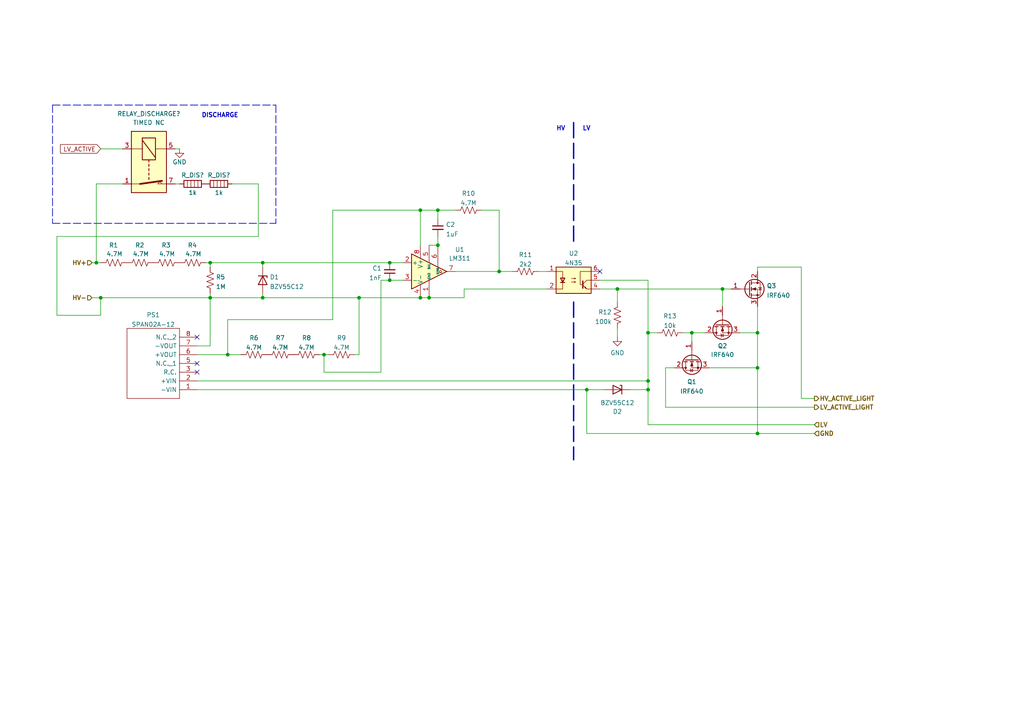
<source format=kicad_sch>
(kicad_sch (version 20211123) (generator eeschema)

  (uuid e63e39d7-6ac0-4ffd-8aa3-1841a4541b55)

  (paper "A4")

  (lib_symbols
    (symbol "Comparator:LM311" (pin_names (offset 0.127)) (in_bom yes) (on_board yes)
      (property "Reference" "U" (id 0) (at 3.81 6.35 0)
        (effects (font (size 1.27 1.27)) (justify left))
      )
      (property "Value" "LM311" (id 1) (at 3.81 3.81 0)
        (effects (font (size 1.27 1.27)) (justify left))
      )
      (property "Footprint" "" (id 2) (at 0 0 0)
        (effects (font (size 1.27 1.27)) hide)
      )
      (property "Datasheet" "https://www.st.com/resource/en/datasheet/lm311.pdf" (id 3) (at 0 0 0)
        (effects (font (size 1.27 1.27)) hide)
      )
      (property "ki_keywords" "cmp open collector" (id 4) (at 0 0 0)
        (effects (font (size 1.27 1.27)) hide)
      )
      (property "ki_description" "Voltage Comparator, DIP-8/SOIC-8" (id 5) (at 0 0 0)
        (effects (font (size 1.27 1.27)) hide)
      )
      (property "ki_fp_filters" "SOIC*3.9x4.9mm*P1.27mm* DIP*W7.62mm*" (id 6) (at 0 0 0)
        (effects (font (size 1.27 1.27)) hide)
      )
      (symbol "LM311_0_1"
        (polyline
          (pts
            (xy 5.08 0)
            (xy -5.08 5.08)
            (xy -5.08 -5.08)
            (xy 5.08 0)
          )
          (stroke (width 0.254) (type default) (color 0 0 0 0))
          (fill (type background))
        )
        (polyline
          (pts
            (xy 3.683 -0.381)
            (xy 3.302 -0.381)
            (xy 3.683 0)
            (xy 3.302 0.381)
            (xy 2.921 0)
            (xy 3.302 -0.381)
            (xy 2.921 -0.381)
          )
          (stroke (width 0.127) (type default) (color 0 0 0 0))
          (fill (type none))
        )
      )
      (symbol "LM311_1_1"
        (pin passive line (at 0 -7.62 90) (length 5.08)
          (name "GND" (effects (font (size 0.635 0.635))))
          (number "1" (effects (font (size 1.27 1.27))))
        )
        (pin input line (at -7.62 2.54 0) (length 2.54)
          (name "+" (effects (font (size 1.27 1.27))))
          (number "2" (effects (font (size 1.27 1.27))))
        )
        (pin input line (at -7.62 -2.54 0) (length 2.54)
          (name "-" (effects (font (size 1.27 1.27))))
          (number "3" (effects (font (size 1.27 1.27))))
        )
        (pin power_in line (at -2.54 -7.62 90) (length 3.81)
          (name "V-" (effects (font (size 1.27 1.27))))
          (number "4" (effects (font (size 1.27 1.27))))
        )
        (pin input line (at 0 7.62 270) (length 5.08)
          (name "BAL" (effects (font (size 0.635 0.635))))
          (number "5" (effects (font (size 1.27 1.27))))
        )
        (pin input line (at 2.54 7.62 270) (length 6.35)
          (name "STRB" (effects (font (size 0.508 0.508))))
          (number "6" (effects (font (size 1.27 1.27))))
        )
        (pin open_collector line (at 7.62 0 180) (length 2.54)
          (name "~" (effects (font (size 1.27 1.27))))
          (number "7" (effects (font (size 1.27 1.27))))
        )
        (pin power_in line (at -2.54 7.62 270) (length 3.81)
          (name "V+" (effects (font (size 1.27 1.27))))
          (number "8" (effects (font (size 1.27 1.27))))
        )
      )
    )
    (symbol "Device:C_Small" (pin_numbers hide) (pin_names (offset 0.254) hide) (in_bom yes) (on_board yes)
      (property "Reference" "C" (id 0) (at 0.254 1.778 0)
        (effects (font (size 1.27 1.27)) (justify left))
      )
      (property "Value" "C_Small" (id 1) (at 0.254 -2.032 0)
        (effects (font (size 1.27 1.27)) (justify left))
      )
      (property "Footprint" "" (id 2) (at 0 0 0)
        (effects (font (size 1.27 1.27)) hide)
      )
      (property "Datasheet" "~" (id 3) (at 0 0 0)
        (effects (font (size 1.27 1.27)) hide)
      )
      (property "ki_keywords" "capacitor cap" (id 4) (at 0 0 0)
        (effects (font (size 1.27 1.27)) hide)
      )
      (property "ki_description" "Unpolarized capacitor, small symbol" (id 5) (at 0 0 0)
        (effects (font (size 1.27 1.27)) hide)
      )
      (property "ki_fp_filters" "C_*" (id 6) (at 0 0 0)
        (effects (font (size 1.27 1.27)) hide)
      )
      (symbol "C_Small_0_1"
        (polyline
          (pts
            (xy -1.524 -0.508)
            (xy 1.524 -0.508)
          )
          (stroke (width 0.3302) (type default) (color 0 0 0 0))
          (fill (type none))
        )
        (polyline
          (pts
            (xy -1.524 0.508)
            (xy 1.524 0.508)
          )
          (stroke (width 0.3048) (type default) (color 0 0 0 0))
          (fill (type none))
        )
      )
      (symbol "C_Small_1_1"
        (pin passive line (at 0 2.54 270) (length 2.032)
          (name "~" (effects (font (size 1.27 1.27))))
          (number "1" (effects (font (size 1.27 1.27))))
        )
        (pin passive line (at 0 -2.54 90) (length 2.032)
          (name "~" (effects (font (size 1.27 1.27))))
          (number "2" (effects (font (size 1.27 1.27))))
        )
      )
    )
    (symbol "Device:Heater" (pin_numbers hide) (pin_names (offset 0)) (in_bom yes) (on_board yes)
      (property "Reference" "R" (id 0) (at 2.032 0 90)
        (effects (font (size 1.27 1.27)))
      )
      (property "Value" "Heater" (id 1) (at -2.032 0 90)
        (effects (font (size 1.27 1.27)))
      )
      (property "Footprint" "" (id 2) (at -1.778 0 90)
        (effects (font (size 1.27 1.27)) hide)
      )
      (property "Datasheet" "~" (id 3) (at 0 0 0)
        (effects (font (size 1.27 1.27)) hide)
      )
      (property "ki_keywords" "heater R resistor" (id 4) (at 0 0 0)
        (effects (font (size 1.27 1.27)) hide)
      )
      (property "ki_description" "Resistive heater" (id 5) (at 0 0 0)
        (effects (font (size 1.27 1.27)) hide)
      )
      (symbol "Heater_0_1"
        (rectangle (start -1.016 -2.54) (end 1.016 2.54)
          (stroke (width 0.254) (type default) (color 0 0 0 0))
          (fill (type none))
        )
        (polyline
          (pts
            (xy -1.016 1.524)
            (xy 1.016 1.524)
          )
          (stroke (width 0) (type default) (color 0 0 0 0))
          (fill (type none))
        )
        (polyline
          (pts
            (xy 1.016 -1.524)
            (xy -1.016 -1.524)
          )
          (stroke (width 0) (type default) (color 0 0 0 0))
          (fill (type none))
        )
        (polyline
          (pts
            (xy 1.016 -0.508)
            (xy -1.016 -0.508)
          )
          (stroke (width 0) (type default) (color 0 0 0 0))
          (fill (type none))
        )
        (polyline
          (pts
            (xy 1.016 0.508)
            (xy -1.016 0.508)
          )
          (stroke (width 0) (type default) (color 0 0 0 0))
          (fill (type none))
        )
      )
      (symbol "Heater_1_1"
        (pin passive line (at 0 3.81 270) (length 1.27)
          (name "~" (effects (font (size 1.27 1.27))))
          (number "1" (effects (font (size 1.27 1.27))))
        )
        (pin passive line (at 0 -3.81 90) (length 1.27)
          (name "~" (effects (font (size 1.27 1.27))))
          (number "2" (effects (font (size 1.27 1.27))))
        )
      )
    )
    (symbol "Device:Q_NMOS_GDS" (pin_names (offset 0) hide) (in_bom yes) (on_board yes)
      (property "Reference" "Q" (id 0) (at 5.08 1.27 0)
        (effects (font (size 1.27 1.27)) (justify left))
      )
      (property "Value" "Q_NMOS_GDS" (id 1) (at 5.08 -1.27 0)
        (effects (font (size 1.27 1.27)) (justify left))
      )
      (property "Footprint" "" (id 2) (at 5.08 2.54 0)
        (effects (font (size 1.27 1.27)) hide)
      )
      (property "Datasheet" "~" (id 3) (at 0 0 0)
        (effects (font (size 1.27 1.27)) hide)
      )
      (property "ki_keywords" "transistor NMOS N-MOS N-MOSFET" (id 4) (at 0 0 0)
        (effects (font (size 1.27 1.27)) hide)
      )
      (property "ki_description" "N-MOSFET transistor, gate/drain/source" (id 5) (at 0 0 0)
        (effects (font (size 1.27 1.27)) hide)
      )
      (symbol "Q_NMOS_GDS_0_1"
        (polyline
          (pts
            (xy 0.254 0)
            (xy -2.54 0)
          )
          (stroke (width 0) (type default) (color 0 0 0 0))
          (fill (type none))
        )
        (polyline
          (pts
            (xy 0.254 1.905)
            (xy 0.254 -1.905)
          )
          (stroke (width 0.254) (type default) (color 0 0 0 0))
          (fill (type none))
        )
        (polyline
          (pts
            (xy 0.762 -1.27)
            (xy 0.762 -2.286)
          )
          (stroke (width 0.254) (type default) (color 0 0 0 0))
          (fill (type none))
        )
        (polyline
          (pts
            (xy 0.762 0.508)
            (xy 0.762 -0.508)
          )
          (stroke (width 0.254) (type default) (color 0 0 0 0))
          (fill (type none))
        )
        (polyline
          (pts
            (xy 0.762 2.286)
            (xy 0.762 1.27)
          )
          (stroke (width 0.254) (type default) (color 0 0 0 0))
          (fill (type none))
        )
        (polyline
          (pts
            (xy 2.54 2.54)
            (xy 2.54 1.778)
          )
          (stroke (width 0) (type default) (color 0 0 0 0))
          (fill (type none))
        )
        (polyline
          (pts
            (xy 2.54 -2.54)
            (xy 2.54 0)
            (xy 0.762 0)
          )
          (stroke (width 0) (type default) (color 0 0 0 0))
          (fill (type none))
        )
        (polyline
          (pts
            (xy 0.762 -1.778)
            (xy 3.302 -1.778)
            (xy 3.302 1.778)
            (xy 0.762 1.778)
          )
          (stroke (width 0) (type default) (color 0 0 0 0))
          (fill (type none))
        )
        (polyline
          (pts
            (xy 1.016 0)
            (xy 2.032 0.381)
            (xy 2.032 -0.381)
            (xy 1.016 0)
          )
          (stroke (width 0) (type default) (color 0 0 0 0))
          (fill (type outline))
        )
        (polyline
          (pts
            (xy 2.794 0.508)
            (xy 2.921 0.381)
            (xy 3.683 0.381)
            (xy 3.81 0.254)
          )
          (stroke (width 0) (type default) (color 0 0 0 0))
          (fill (type none))
        )
        (polyline
          (pts
            (xy 3.302 0.381)
            (xy 2.921 -0.254)
            (xy 3.683 -0.254)
            (xy 3.302 0.381)
          )
          (stroke (width 0) (type default) (color 0 0 0 0))
          (fill (type none))
        )
        (circle (center 1.651 0) (radius 2.794)
          (stroke (width 0.254) (type default) (color 0 0 0 0))
          (fill (type none))
        )
        (circle (center 2.54 -1.778) (radius 0.254)
          (stroke (width 0) (type default) (color 0 0 0 0))
          (fill (type outline))
        )
        (circle (center 2.54 1.778) (radius 0.254)
          (stroke (width 0) (type default) (color 0 0 0 0))
          (fill (type outline))
        )
      )
      (symbol "Q_NMOS_GDS_1_1"
        (pin input line (at -5.08 0 0) (length 2.54)
          (name "G" (effects (font (size 1.27 1.27))))
          (number "1" (effects (font (size 1.27 1.27))))
        )
        (pin passive line (at 2.54 5.08 270) (length 2.54)
          (name "D" (effects (font (size 1.27 1.27))))
          (number "2" (effects (font (size 1.27 1.27))))
        )
        (pin passive line (at 2.54 -5.08 90) (length 2.54)
          (name "S" (effects (font (size 1.27 1.27))))
          (number "3" (effects (font (size 1.27 1.27))))
        )
      )
    )
    (symbol "Device:R_US" (pin_numbers hide) (pin_names (offset 0)) (in_bom yes) (on_board yes)
      (property "Reference" "R" (id 0) (at 2.54 0 90)
        (effects (font (size 1.27 1.27)))
      )
      (property "Value" "R_US" (id 1) (at -2.54 0 90)
        (effects (font (size 1.27 1.27)))
      )
      (property "Footprint" "" (id 2) (at 1.016 -0.254 90)
        (effects (font (size 1.27 1.27)) hide)
      )
      (property "Datasheet" "~" (id 3) (at 0 0 0)
        (effects (font (size 1.27 1.27)) hide)
      )
      (property "ki_keywords" "R res resistor" (id 4) (at 0 0 0)
        (effects (font (size 1.27 1.27)) hide)
      )
      (property "ki_description" "Resistor, US symbol" (id 5) (at 0 0 0)
        (effects (font (size 1.27 1.27)) hide)
      )
      (property "ki_fp_filters" "R_*" (id 6) (at 0 0 0)
        (effects (font (size 1.27 1.27)) hide)
      )
      (symbol "R_US_0_1"
        (polyline
          (pts
            (xy 0 -2.286)
            (xy 0 -2.54)
          )
          (stroke (width 0) (type default) (color 0 0 0 0))
          (fill (type none))
        )
        (polyline
          (pts
            (xy 0 2.286)
            (xy 0 2.54)
          )
          (stroke (width 0) (type default) (color 0 0 0 0))
          (fill (type none))
        )
        (polyline
          (pts
            (xy 0 -0.762)
            (xy 1.016 -1.143)
            (xy 0 -1.524)
            (xy -1.016 -1.905)
            (xy 0 -2.286)
          )
          (stroke (width 0) (type default) (color 0 0 0 0))
          (fill (type none))
        )
        (polyline
          (pts
            (xy 0 0.762)
            (xy 1.016 0.381)
            (xy 0 0)
            (xy -1.016 -0.381)
            (xy 0 -0.762)
          )
          (stroke (width 0) (type default) (color 0 0 0 0))
          (fill (type none))
        )
        (polyline
          (pts
            (xy 0 2.286)
            (xy 1.016 1.905)
            (xy 0 1.524)
            (xy -1.016 1.143)
            (xy 0 0.762)
          )
          (stroke (width 0) (type default) (color 0 0 0 0))
          (fill (type none))
        )
      )
      (symbol "R_US_1_1"
        (pin passive line (at 0 3.81 270) (length 1.27)
          (name "~" (effects (font (size 1.27 1.27))))
          (number "1" (effects (font (size 1.27 1.27))))
        )
        (pin passive line (at 0 -3.81 90) (length 1.27)
          (name "~" (effects (font (size 1.27 1.27))))
          (number "2" (effects (font (size 1.27 1.27))))
        )
      )
    )
    (symbol "Diode:BZV55C12" (pin_numbers hide) (pin_names (offset 1.016) hide) (in_bom yes) (on_board yes)
      (property "Reference" "D" (id 0) (at 0 2.54 0)
        (effects (font (size 1.27 1.27)))
      )
      (property "Value" "BZV55C12" (id 1) (at 0 -2.54 0)
        (effects (font (size 1.27 1.27)))
      )
      (property "Footprint" "Diode_SMD:D_MiniMELF" (id 2) (at 0 -4.445 0)
        (effects (font (size 1.27 1.27)) hide)
      )
      (property "Datasheet" "https://assets.nexperia.com/documents/data-sheet/BZV55_SER.pdf" (id 3) (at 0 0 0)
        (effects (font (size 1.27 1.27)) hide)
      )
      (property "ki_keywords" "zener diode" (id 4) (at 0 0 0)
        (effects (font (size 1.27 1.27)) hide)
      )
      (property "ki_description" "12V, 500mW, 5%, Zener diode, MiniMELF" (id 5) (at 0 0 0)
        (effects (font (size 1.27 1.27)) hide)
      )
      (property "ki_fp_filters" "D*MiniMELF*" (id 6) (at 0 0 0)
        (effects (font (size 1.27 1.27)) hide)
      )
      (symbol "BZV55C12_0_1"
        (polyline
          (pts
            (xy 1.27 0)
            (xy -1.27 0)
          )
          (stroke (width 0) (type default) (color 0 0 0 0))
          (fill (type none))
        )
        (polyline
          (pts
            (xy -1.27 -1.27)
            (xy -1.27 1.27)
            (xy -0.762 1.27)
          )
          (stroke (width 0.254) (type default) (color 0 0 0 0))
          (fill (type none))
        )
        (polyline
          (pts
            (xy 1.27 -1.27)
            (xy 1.27 1.27)
            (xy -1.27 0)
            (xy 1.27 -1.27)
          )
          (stroke (width 0.254) (type default) (color 0 0 0 0))
          (fill (type none))
        )
      )
      (symbol "BZV55C12_1_1"
        (pin passive line (at -3.81 0 0) (length 2.54)
          (name "K" (effects (font (size 1.27 1.27))))
          (number "1" (effects (font (size 1.27 1.27))))
        )
        (pin passive line (at 3.81 0 180) (length 2.54)
          (name "A" (effects (font (size 1.27 1.27))))
          (number "2" (effects (font (size 1.27 1.27))))
        )
      )
    )
    (symbol "Isolator:4N35" (pin_names (offset 1.016)) (in_bom yes) (on_board yes)
      (property "Reference" "U" (id 0) (at -5.08 5.08 0)
        (effects (font (size 1.27 1.27)) (justify left))
      )
      (property "Value" "4N35" (id 1) (at 0 5.08 0)
        (effects (font (size 1.27 1.27)) (justify left))
      )
      (property "Footprint" "Package_DIP:DIP-6_W7.62mm" (id 2) (at -5.08 -5.08 0)
        (effects (font (size 1.27 1.27) italic) (justify left) hide)
      )
      (property "Datasheet" "https://www.vishay.com/docs/81181/4n35.pdf" (id 3) (at 0 0 0)
        (effects (font (size 1.27 1.27)) (justify left) hide)
      )
      (property "ki_keywords" "NPN DC Optocoupler Base Connected" (id 4) (at 0 0 0)
        (effects (font (size 1.27 1.27)) hide)
      )
      (property "ki_description" "Optocoupler, Phototransistor Output, with Base Connection, Vce 70V, CTR 100%, Viso 5000V, DIP6" (id 5) (at 0 0 0)
        (effects (font (size 1.27 1.27)) hide)
      )
      (property "ki_fp_filters" "DIP*W7.62mm*" (id 6) (at 0 0 0)
        (effects (font (size 1.27 1.27)) hide)
      )
      (symbol "4N35_0_1"
        (rectangle (start -5.08 3.81) (end 5.08 -3.81)
          (stroke (width 0.254) (type default) (color 0 0 0 0))
          (fill (type background))
        )
        (polyline
          (pts
            (xy -3.81 -0.635)
            (xy -2.54 -0.635)
          )
          (stroke (width 0.254) (type default) (color 0 0 0 0))
          (fill (type none))
        )
        (polyline
          (pts
            (xy 2.667 -1.397)
            (xy 3.81 -2.54)
          )
          (stroke (width 0) (type default) (color 0 0 0 0))
          (fill (type none))
        )
        (polyline
          (pts
            (xy 2.667 -1.143)
            (xy 3.81 0)
          )
          (stroke (width 0) (type default) (color 0 0 0 0))
          (fill (type none))
        )
        (polyline
          (pts
            (xy 3.81 -2.54)
            (xy 5.08 -2.54)
          )
          (stroke (width 0) (type default) (color 0 0 0 0))
          (fill (type none))
        )
        (polyline
          (pts
            (xy 3.81 0)
            (xy 5.08 0)
          )
          (stroke (width 0) (type default) (color 0 0 0 0))
          (fill (type none))
        )
        (polyline
          (pts
            (xy 2.667 -0.254)
            (xy 2.667 -2.286)
            (xy 2.667 -2.286)
          )
          (stroke (width 0.3556) (type default) (color 0 0 0 0))
          (fill (type none))
        )
        (polyline
          (pts
            (xy -5.08 -2.54)
            (xy -3.175 -2.54)
            (xy -3.175 2.54)
            (xy -5.08 2.54)
          )
          (stroke (width 0) (type default) (color 0 0 0 0))
          (fill (type none))
        )
        (polyline
          (pts
            (xy -3.175 -0.635)
            (xy -3.81 0.635)
            (xy -2.54 0.635)
            (xy -3.175 -0.635)
          )
          (stroke (width 0.254) (type default) (color 0 0 0 0))
          (fill (type none))
        )
        (polyline
          (pts
            (xy 3.683 -2.413)
            (xy 3.429 -1.905)
            (xy 3.175 -2.159)
            (xy 3.683 -2.413)
          )
          (stroke (width 0) (type default) (color 0 0 0 0))
          (fill (type none))
        )
        (polyline
          (pts
            (xy 5.08 2.54)
            (xy 1.905 2.54)
            (xy 1.905 -1.27)
            (xy 2.54 -1.27)
          )
          (stroke (width 0) (type default) (color 0 0 0 0))
          (fill (type none))
        )
        (polyline
          (pts
            (xy -0.635 -0.508)
            (xy 0.635 -0.508)
            (xy 0.254 -0.635)
            (xy 0.254 -0.381)
            (xy 0.635 -0.508)
          )
          (stroke (width 0) (type default) (color 0 0 0 0))
          (fill (type none))
        )
        (polyline
          (pts
            (xy -0.635 0.508)
            (xy 0.635 0.508)
            (xy 0.254 0.381)
            (xy 0.254 0.635)
            (xy 0.635 0.508)
          )
          (stroke (width 0) (type default) (color 0 0 0 0))
          (fill (type none))
        )
      )
      (symbol "4N35_1_1"
        (pin passive line (at -7.62 2.54 0) (length 2.54)
          (name "~" (effects (font (size 1.27 1.27))))
          (number "1" (effects (font (size 1.27 1.27))))
        )
        (pin passive line (at -7.62 -2.54 0) (length 2.54)
          (name "~" (effects (font (size 1.27 1.27))))
          (number "2" (effects (font (size 1.27 1.27))))
        )
        (pin no_connect line (at -5.08 0 0) (length 2.54) hide
          (name "NC" (effects (font (size 1.27 1.27))))
          (number "3" (effects (font (size 1.27 1.27))))
        )
        (pin passive line (at 7.62 -2.54 180) (length 2.54)
          (name "~" (effects (font (size 1.27 1.27))))
          (number "4" (effects (font (size 1.27 1.27))))
        )
        (pin passive line (at 7.62 0 180) (length 2.54)
          (name "~" (effects (font (size 1.27 1.27))))
          (number "5" (effects (font (size 1.27 1.27))))
        )
        (pin passive line (at 7.62 2.54 180) (length 2.54)
          (name "~" (effects (font (size 1.27 1.27))))
          (number "6" (effects (font (size 1.27 1.27))))
        )
      )
    )
    (symbol "Relay:MSxx-1Bxx-75" (in_bom yes) (on_board yes)
      (property "Reference" "K" (id 0) (at 8.89 3.81 0)
        (effects (font (size 1.27 1.27)) (justify left))
      )
      (property "Value" "MSxx-1Bxx-75" (id 1) (at 8.89 1.27 0)
        (effects (font (size 1.27 1.27)) (justify left))
      )
      (property "Footprint" "Relay_THT:Relay_SPST_StandexMeder_MS_Form1AB" (id 2) (at 8.89 -1.27 0)
        (effects (font (size 1.27 1.27)) (justify left) hide)
      )
      (property "Datasheet" "https://standexelectronics.com/de/produkte/ms-reed-relais/" (id 3) (at 0 0 0)
        (effects (font (size 1.27 1.27)) hide)
      )
      (property "ki_keywords" "Single Pole Reed Relay SPST" (id 4) (at 0 0 0)
        (effects (font (size 1.27 1.27)) hide)
      )
      (property "ki_description" "Standex Meder MS reed relay, SPST, Opening Contact" (id 5) (at 0 0 0)
        (effects (font (size 1.27 1.27)) hide)
      )
      (property "ki_fp_filters" "Relay*SPST*StandexMeder*MS*Form1AB*" (id 6) (at 0 0 0)
        (effects (font (size 1.27 1.27)) hide)
      )
      (symbol "MSxx-1Bxx-75_0_0"
        (polyline
          (pts
            (xy 5.08 5.08)
            (xy 5.08 2.54)
            (xy 4.445 3.175)
            (xy 5.08 3.81)
          )
          (stroke (width 0) (type default) (color 0 0 0 0))
          (fill (type none))
        )
      )
      (symbol "MSxx-1Bxx-75_0_1"
        (rectangle (start -10.16 5.08) (end 7.62 -5.08)
          (stroke (width 0.254) (type default) (color 0 0 0 0))
          (fill (type background))
        )
        (rectangle (start -8.255 1.905) (end -1.905 -1.905)
          (stroke (width 0.254) (type default) (color 0 0 0 0))
          (fill (type none))
        )
        (polyline
          (pts
            (xy -7.62 -1.905)
            (xy -2.54 1.905)
          )
          (stroke (width 0.254) (type default) (color 0 0 0 0))
          (fill (type none))
        )
        (polyline
          (pts
            (xy -5.08 -5.08)
            (xy -5.08 -1.905)
          )
          (stroke (width 0) (type default) (color 0 0 0 0))
          (fill (type none))
        )
        (polyline
          (pts
            (xy -5.08 5.08)
            (xy -5.08 1.905)
          )
          (stroke (width 0) (type default) (color 0 0 0 0))
          (fill (type none))
        )
        (polyline
          (pts
            (xy -1.905 0)
            (xy -1.27 0)
          )
          (stroke (width 0.254) (type default) (color 0 0 0 0))
          (fill (type none))
        )
        (polyline
          (pts
            (xy -0.635 0)
            (xy 0 0)
          )
          (stroke (width 0.254) (type default) (color 0 0 0 0))
          (fill (type none))
        )
        (polyline
          (pts
            (xy 0.635 0)
            (xy 1.27 0)
          )
          (stroke (width 0.254) (type default) (color 0 0 0 0))
          (fill (type none))
        )
        (polyline
          (pts
            (xy 1.905 0)
            (xy 2.54 0)
          )
          (stroke (width 0.254) (type default) (color 0 0 0 0))
          (fill (type none))
        )
        (polyline
          (pts
            (xy 3.175 0)
            (xy 3.81 0)
          )
          (stroke (width 0.254) (type default) (color 0 0 0 0))
          (fill (type none))
        )
        (polyline
          (pts
            (xy 5.08 -2.54)
            (xy 4.191 3.81)
          )
          (stroke (width 0.508) (type default) (color 0 0 0 0))
          (fill (type none))
        )
        (polyline
          (pts
            (xy 5.08 -2.54)
            (xy 5.08 -5.08)
          )
          (stroke (width 0) (type default) (color 0 0 0 0))
          (fill (type none))
        )
      )
      (symbol "MSxx-1Bxx-75_1_1"
        (pin passive line (at 5.08 -7.62 90) (length 2.54)
          (name "~" (effects (font (size 1.27 1.27))))
          (number "1" (effects (font (size 1.27 1.27))))
        )
        (pin passive line (at -5.08 -7.62 90) (length 2.54)
          (name "~" (effects (font (size 1.27 1.27))))
          (number "3" (effects (font (size 1.27 1.27))))
        )
        (pin passive line (at -5.08 7.62 270) (length 2.54)
          (name "~" (effects (font (size 1.27 1.27))))
          (number "5" (effects (font (size 1.27 1.27))))
        )
        (pin passive line (at 5.08 7.62 270) (length 2.54)
          (name "~" (effects (font (size 1.27 1.27))))
          (number "7" (effects (font (size 1.27 1.27))))
        )
      )
    )
    (symbol "SPAN02A-12:SPAN02A-12" (pin_names (offset 0.762)) (in_bom yes) (on_board yes)
      (property "Reference" "PS" (id 0) (at 21.59 7.62 0)
        (effects (font (size 1.27 1.27)) (justify left))
      )
      (property "Value" "SPAN02A-12" (id 1) (at 21.59 5.08 0)
        (effects (font (size 1.27 1.27)) (justify left))
      )
      (property "Footprint" "SPAN02A12" (id 2) (at 21.59 2.54 0)
        (effects (font (size 1.27 1.27)) (justify left) hide)
      )
      (property "Datasheet" "https://datasheet.datasheetarchive.com/originals/distributors/DKDS-2/37032.pdf" (id 3) (at 21.59 0 0)
        (effects (font (size 1.27 1.27)) (justify left) hide)
      )
      (property "Description" "Isolated DC/DC Converters 9-18Vin 12Vout 167mA SIP8 Reg Iso" (id 4) (at 21.59 -2.54 0)
        (effects (font (size 1.27 1.27)) (justify left) hide)
      )
      (property "Height" "11.6" (id 5) (at 21.59 -5.08 0)
        (effects (font (size 1.27 1.27)) (justify left) hide)
      )
      (property "Manufacturer_Name" "Mean Well" (id 6) (at 21.59 -7.62 0)
        (effects (font (size 1.27 1.27)) (justify left) hide)
      )
      (property "Manufacturer_Part_Number" "SPAN02A-12" (id 7) (at 21.59 -10.16 0)
        (effects (font (size 1.27 1.27)) (justify left) hide)
      )
      (property "Mouser Part Number" "709-SPAN02A-12" (id 8) (at 21.59 -12.7 0)
        (effects (font (size 1.27 1.27)) (justify left) hide)
      )
      (property "Mouser Price/Stock" "https://www.mouser.co.uk/ProductDetail/MEAN-WELL/SPAN02A-12?qs=5aG0NVq1C4wxQqKsG84AkQ%3D%3D" (id 9) (at 21.59 -15.24 0)
        (effects (font (size 1.27 1.27)) (justify left) hide)
      )
      (property "Arrow Part Number" "SPAN02A-12" (id 10) (at 21.59 -17.78 0)
        (effects (font (size 1.27 1.27)) (justify left) hide)
      )
      (property "Arrow Price/Stock" "https://www.arrow.com/en/products/span02a-12/mean-well-enterprises?region=nac" (id 11) (at 21.59 -20.32 0)
        (effects (font (size 1.27 1.27)) (justify left) hide)
      )
      (symbol "SPAN02A-12_0_0"
        (pin passive line (at 0 0 0) (length 5.08)
          (name "-VIN" (effects (font (size 1.27 1.27))))
          (number "1" (effects (font (size 1.27 1.27))))
        )
        (pin passive line (at 0 -2.54 0) (length 5.08)
          (name "+VIN" (effects (font (size 1.27 1.27))))
          (number "2" (effects (font (size 1.27 1.27))))
        )
        (pin passive line (at 0 -5.08 0) (length 5.08)
          (name "R.C." (effects (font (size 1.27 1.27))))
          (number "3" (effects (font (size 1.27 1.27))))
        )
        (pin passive line (at 0 -7.62 0) (length 5.08)
          (name "N.C._1" (effects (font (size 1.27 1.27))))
          (number "5" (effects (font (size 1.27 1.27))))
        )
        (pin passive line (at 0 -10.16 0) (length 5.08)
          (name "+VOUT" (effects (font (size 1.27 1.27))))
          (number "6" (effects (font (size 1.27 1.27))))
        )
        (pin passive line (at 0 -12.7 0) (length 5.08)
          (name "-VOUT" (effects (font (size 1.27 1.27))))
          (number "7" (effects (font (size 1.27 1.27))))
        )
        (pin passive line (at 0 -15.24 0) (length 5.08)
          (name "N.C._2" (effects (font (size 1.27 1.27))))
          (number "8" (effects (font (size 1.27 1.27))))
        )
      )
      (symbol "SPAN02A-12_0_1"
        (polyline
          (pts
            (xy 5.08 2.54)
            (xy 20.32 2.54)
            (xy 20.32 -17.78)
            (xy 5.08 -17.78)
            (xy 5.08 2.54)
          )
          (stroke (width 0.1524) (type default) (color 0 0 0 0))
          (fill (type none))
        )
      )
    )
    (symbol "power:GND" (power) (pin_names (offset 0)) (in_bom yes) (on_board yes)
      (property "Reference" "#PWR" (id 0) (at 0 -6.35 0)
        (effects (font (size 1.27 1.27)) hide)
      )
      (property "Value" "GND" (id 1) (at 0 -3.81 0)
        (effects (font (size 1.27 1.27)))
      )
      (property "Footprint" "" (id 2) (at 0 0 0)
        (effects (font (size 1.27 1.27)) hide)
      )
      (property "Datasheet" "" (id 3) (at 0 0 0)
        (effects (font (size 1.27 1.27)) hide)
      )
      (property "ki_keywords" "power-flag" (id 4) (at 0 0 0)
        (effects (font (size 1.27 1.27)) hide)
      )
      (property "ki_description" "Power symbol creates a global label with name \"GND\" , ground" (id 5) (at 0 0 0)
        (effects (font (size 1.27 1.27)) hide)
      )
      (symbol "GND_0_1"
        (polyline
          (pts
            (xy 0 0)
            (xy 0 -1.27)
            (xy 1.27 -1.27)
            (xy 0 -2.54)
            (xy -1.27 -1.27)
            (xy 0 -1.27)
          )
          (stroke (width 0) (type default) (color 0 0 0 0))
          (fill (type none))
        )
      )
      (symbol "GND_1_1"
        (pin power_in line (at 0 0 270) (length 0) hide
          (name "GND" (effects (font (size 1.27 1.27))))
          (number "1" (effects (font (size 1.27 1.27))))
        )
      )
    )
  )

  (junction (at 121.92 60.96) (diameter 0) (color 0 0 0 0)
    (uuid 0554bea0-89b2-4e25-9ea3-4c73921c94cb)
  )
  (junction (at 127 60.96) (diameter 0) (color 0 0 0 0)
    (uuid 1855ca44-ab48-4b76-a210-97fc81d916c4)
  )
  (junction (at 219.71 125.73) (diameter 0) (color 0 0 0 0)
    (uuid 25c663ff-96b6-4263-a06e-d1829409cf73)
  )
  (junction (at 121.92 86.36) (diameter 0) (color 0 0 0 0)
    (uuid 282c8e53-3acc-42f0-a92a-6aa976b97a93)
  )
  (junction (at 200.66 96.52) (diameter 0) (color 0 0 0 0)
    (uuid 2938bf2d-2d32-4cb0-9d4d-563ea28ffffa)
  )
  (junction (at 29.21 86.36) (diameter 0) (color 0 0 0 0)
    (uuid 2bdb6275-447c-48c2-a84b-aa998dd2916b)
  )
  (junction (at 104.14 86.36) (diameter 0) (color 0 0 0 0)
    (uuid 2cd3975a-2259-4fa9-8133-e1586b9b9618)
  )
  (junction (at 127 71.12) (diameter 0) (color 0 0 0 0)
    (uuid 3457afc5-3e4f-4220-81d1-b079f653a722)
  )
  (junction (at 76.2 86.36) (diameter 0) (color 0 0 0 0)
    (uuid 34ddb753-e57c-4ca8-a67b-d7cdf62cae93)
  )
  (junction (at 60.96 76.2) (diameter 0) (color 0 0 0 0)
    (uuid 3579cf2f-29b0-46b6-a07d-483fb5586322)
  )
  (junction (at 219.71 96.52) (diameter 0) (color 0 0 0 0)
    (uuid 3e87b259-dfc1-4885-8dcf-7e7ae39674ed)
  )
  (junction (at 219.71 106.68) (diameter 0) (color 0 0 0 0)
    (uuid 494d4ce3-60c4-4021-8bd1-ab41a12b14ed)
  )
  (junction (at 76.2 76.2) (diameter 0) (color 0 0 0 0)
    (uuid 5698a460-6e24-4857-84d8-4a43acd2325d)
  )
  (junction (at 93.98 102.87) (diameter 0) (color 0 0 0 0)
    (uuid 662bafcb-dcfb-4471-a8a9-f5c777fdf249)
  )
  (junction (at 187.96 113.03) (diameter 0) (color 0 0 0 0)
    (uuid 6742a066-6a5f-4185-90ae-b7fe8c6eda52)
  )
  (junction (at 170.18 113.03) (diameter 0) (color 0 0 0 0)
    (uuid 8385d9f6-6997-423b-b38d-d0ab00c45f3f)
  )
  (junction (at 144.78 78.74) (diameter 0) (color 0 0 0 0)
    (uuid 9a8ad8bb-d9a9-4b2b-bc88-ea6fd2676d45)
  )
  (junction (at 113.03 81.28) (diameter 0) (color 0 0 0 0)
    (uuid 9da1ace0-4181-4f12-80f8-16786a9e5c07)
  )
  (junction (at 179.07 83.82) (diameter 0) (color 0 0 0 0)
    (uuid ab0ea55a-63b3-4ece-836d-2844713a821f)
  )
  (junction (at 66.04 102.87) (diameter 0) (color 0 0 0 0)
    (uuid adcbf4d0-ed9c-4c7d-b78f-3bcbe974bdcb)
  )
  (junction (at 60.96 86.36) (diameter 0) (color 0 0 0 0)
    (uuid b8e1a8b8-63f0-4e53-a6cb-c8edf9a649c4)
  )
  (junction (at 124.46 86.36) (diameter 0) (color 0 0 0 0)
    (uuid d18f2428-546f-4066-8ffb-7653303685db)
  )
  (junction (at 113.03 76.2) (diameter 0) (color 0 0 0 0)
    (uuid da546d77-4b03-4562-8fc6-837fd68e7691)
  )
  (junction (at 187.96 110.49) (diameter 0) (color 0 0 0 0)
    (uuid e3c3d042-f4c5-4fb1-a6b8-52aa1c14cc0e)
  )
  (junction (at 209.55 83.82) (diameter 0) (color 0 0 0 0)
    (uuid e8274862-c966-456a-98d5-9c42f72963c1)
  )
  (junction (at 187.96 96.52) (diameter 0) (color 0 0 0 0)
    (uuid eb1b2aa2-a3cc-4a96-87ec-70fcae365f0f)
  )
  (junction (at 27.94 76.2) (diameter 0) (color 0 0 0 0)
    (uuid f5e6aae7-2c13-4be8-97dd-4e90c01e0ed8)
  )

  (no_connect (at 57.15 107.95) (uuid c3a69550-c4fa-45d1-9aba-0bba47699cca))
  (no_connect (at 173.99 78.74) (uuid cb1a49ef-0a06-4f40-9008-61d1d1c36198))
  (no_connect (at 57.15 97.79) (uuid f5eb7390-4215-4bb5-bc53-f82f663cc9a5))
  (no_connect (at 57.15 105.41) (uuid f7070c76-b83b-43a9-a243-491723819616))

  (wire (pts (xy 187.96 110.49) (xy 187.96 113.03))
    (stroke (width 0) (type default) (color 0 0 0 0))
    (uuid 05e45f00-3c6b-4c0c-9ffb-3fe26fcda007)
  )
  (wire (pts (xy 67.31 53.34) (xy 74.93 53.34))
    (stroke (width 0) (type default) (color 0 0 0 0))
    (uuid 09741e1c-c412-4f50-b5b7-03d5820a1bad)
  )
  (wire (pts (xy 144.78 60.96) (xy 144.78 78.74))
    (stroke (width 0) (type default) (color 0 0 0 0))
    (uuid 099473f1-6598-46ff-a50f-4c520832170d)
  )
  (wire (pts (xy 74.93 68.58) (xy 16.51 68.58))
    (stroke (width 0) (type default) (color 0 0 0 0))
    (uuid 0a938a27-1c05-4e4e-b796-22e009abeed7)
  )
  (wire (pts (xy 173.99 83.82) (xy 179.07 83.82))
    (stroke (width 0) (type default) (color 0 0 0 0))
    (uuid 0c5dddf1-38df-43d2-b49c-e7b691dab0ab)
  )
  (wire (pts (xy 173.99 81.28) (xy 187.96 81.28))
    (stroke (width 0) (type default) (color 0 0 0 0))
    (uuid 0ce1dd44-f307-4f98-9f0d-478fd87daa64)
  )
  (wire (pts (xy 93.98 107.95) (xy 110.49 107.95))
    (stroke (width 0) (type default) (color 0 0 0 0))
    (uuid 0e0f9829-27a5-43b2-a0ae-121d3ce72ef4)
  )
  (wire (pts (xy 200.66 96.52) (xy 200.66 99.06))
    (stroke (width 0) (type default) (color 0 0 0 0))
    (uuid 0f62e92c-dce6-45dc-a560-b9db10f66ff3)
  )
  (wire (pts (xy 134.62 86.36) (xy 124.46 86.36))
    (stroke (width 0) (type default) (color 0 0 0 0))
    (uuid 12fa3c3f-3d14-451a-a6a8-884fd1b32fa7)
  )
  (wire (pts (xy 57.15 100.33) (xy 60.96 100.33))
    (stroke (width 0) (type default) (color 0 0 0 0))
    (uuid 17cf1c88-8d51-4538-aa76-e35ac22d0ed0)
  )
  (wire (pts (xy 127 68.58) (xy 127 71.12))
    (stroke (width 0) (type default) (color 0 0 0 0))
    (uuid 1876c30c-72b2-4a8d-9f32-bf8b213530b4)
  )
  (wire (pts (xy 158.75 83.82) (xy 134.62 83.82))
    (stroke (width 0) (type default) (color 0 0 0 0))
    (uuid 199124ca-dd64-45cf-a063-97cc545cbea7)
  )
  (wire (pts (xy 76.2 85.09) (xy 76.2 86.36))
    (stroke (width 0) (type default) (color 0 0 0 0))
    (uuid 1b98de85-f9de-4825-baf2-c96991615275)
  )
  (wire (pts (xy 179.07 83.82) (xy 179.07 87.63))
    (stroke (width 0) (type default) (color 0 0 0 0))
    (uuid 22ab392d-1989-4185-9178-8083812ea067)
  )
  (wire (pts (xy 60.96 86.36) (xy 76.2 86.36))
    (stroke (width 0) (type default) (color 0 0 0 0))
    (uuid 232ccf4f-3322-4e62-990b-290e6ff36fcd)
  )
  (wire (pts (xy 76.2 76.2) (xy 113.03 76.2))
    (stroke (width 0) (type default) (color 0 0 0 0))
    (uuid 254f7cc6-cee1-44ca-9afe-939b318201aa)
  )
  (wire (pts (xy 110.49 81.28) (xy 113.03 81.28))
    (stroke (width 0) (type default) (color 0 0 0 0))
    (uuid 29126f72-63f7-4275-8b12-6b96a71c6f17)
  )
  (wire (pts (xy 96.52 60.96) (xy 121.92 60.96))
    (stroke (width 0) (type default) (color 0 0 0 0))
    (uuid 2ea8fa6f-efc3-40fe-bcf9-05bfa46ead4f)
  )
  (polyline (pts (xy 166.37 35.56) (xy 166.37 71.12))
    (stroke (width 0.4) (type default) (color 0 0 0 0))
    (uuid 2f3fba7a-cf45-4bd8-9035-07e6fa0b4732)
  )
  (polyline (pts (xy 166.37 87.63) (xy 166.37 133.35))
    (stroke (width 0.4) (type dash) (color 0 0 0 0))
    (uuid 2fb9964c-4cd4-4e81-b5e8-f78759d3adb5)
  )
  (polyline (pts (xy 43.18 30.48) (xy 80.01 30.48))
    (stroke (width 0.2) (type default) (color 0 0 0 0))
    (uuid 2fe436e0-75bf-42a2-b14a-09df5c2be702)
  )

  (wire (pts (xy 219.71 106.68) (xy 219.71 125.73))
    (stroke (width 0) (type default) (color 0 0 0 0))
    (uuid 35fb7c56-dc85-43f7-b954-81b8040a8500)
  )
  (wire (pts (xy 93.98 102.87) (xy 93.98 107.95))
    (stroke (width 0) (type default) (color 0 0 0 0))
    (uuid 3934b2e9-06c8-499c-a6df-4d7b35cfb894)
  )
  (wire (pts (xy 187.96 96.52) (xy 187.96 110.49))
    (stroke (width 0) (type default) (color 0 0 0 0))
    (uuid 3c66e6e2-f12d-4b23-910e-e478d272dfd5)
  )
  (wire (pts (xy 110.49 107.95) (xy 110.49 81.28))
    (stroke (width 0) (type default) (color 0 0 0 0))
    (uuid 3f96e159-1f3b-4ee7-a46e-e60d78f2137a)
  )
  (wire (pts (xy 170.18 113.03) (xy 170.18 125.73))
    (stroke (width 0) (type default) (color 0 0 0 0))
    (uuid 40b38567-9d6a-4691-bccf-1b4dbe39957b)
  )
  (wire (pts (xy 205.74 106.68) (xy 219.71 106.68))
    (stroke (width 0) (type default) (color 0 0 0 0))
    (uuid 414f80f7-b2d5-43c3-a018-819efe44fe30)
  )
  (wire (pts (xy 59.69 76.2) (xy 60.96 76.2))
    (stroke (width 0) (type default) (color 0 0 0 0))
    (uuid 41b4f8c6-4973-4fc7-9118-d582bc7f31e7)
  )
  (wire (pts (xy 29.21 91.44) (xy 29.21 86.36))
    (stroke (width 0) (type default) (color 0 0 0 0))
    (uuid 432159f1-6ae4-4ef4-a946-9e666d388f88)
  )
  (polyline (pts (xy 15.24 30.48) (xy 43.18 30.48))
    (stroke (width 0.2) (type default) (color 0 0 0 0))
    (uuid 43b7aab0-ec9b-4c58-bfa1-8dda8fccb53f)
  )

  (wire (pts (xy 113.03 76.2) (xy 116.84 76.2))
    (stroke (width 0) (type default) (color 0 0 0 0))
    (uuid 4641c87c-bffa-41fe-ae77-be3a97a6f797)
  )
  (wire (pts (xy 57.15 110.49) (xy 187.96 110.49))
    (stroke (width 0) (type default) (color 0 0 0 0))
    (uuid 4970ec6e-3725-4619-b57d-dc2c2cb86ed0)
  )
  (wire (pts (xy 113.03 81.28) (xy 116.84 81.28))
    (stroke (width 0) (type default) (color 0 0 0 0))
    (uuid 4cc0e615-05a0-4f42-a208-4011ba8ef841)
  )
  (wire (pts (xy 193.04 118.11) (xy 236.22 118.11))
    (stroke (width 0) (type default) (color 0 0 0 0))
    (uuid 4e677390-a246-4ca0-954c-746e0870f88f)
  )
  (polyline (pts (xy 80.01 30.48) (xy 80.01 64.77))
    (stroke (width 0.2) (type default) (color 0 0 0 0))
    (uuid 4ff94b7b-53b9-491a-ba27-da297da89fb7)
  )

  (wire (pts (xy 200.66 96.52) (xy 204.47 96.52))
    (stroke (width 0) (type default) (color 0 0 0 0))
    (uuid 53fda1fb-12bd-4536-80e1-aab5c0e3fc58)
  )
  (wire (pts (xy 219.71 96.52) (xy 219.71 106.68))
    (stroke (width 0) (type default) (color 0 0 0 0))
    (uuid 58cc7831-f944-4d33-8c61-2fd5bebc61e0)
  )
  (wire (pts (xy 57.15 113.03) (xy 170.18 113.03))
    (stroke (width 0) (type default) (color 0 0 0 0))
    (uuid 5f48b0f2-82cf-40ce-afac-440f97643c36)
  )
  (wire (pts (xy 66.04 102.87) (xy 66.04 92.71))
    (stroke (width 0) (type default) (color 0 0 0 0))
    (uuid 63286bbb-78a3-4368-a50a-f6bf5f1653b0)
  )
  (wire (pts (xy 232.41 115.57) (xy 236.22 115.57))
    (stroke (width 0) (type default) (color 0 0 0 0))
    (uuid 637e9edf-ffed-49a2-8408-fa110c9a4c79)
  )
  (wire (pts (xy 35.56 53.34) (xy 27.94 53.34))
    (stroke (width 0) (type default) (color 0 0 0 0))
    (uuid 69675058-6b96-42da-8df5-92aaf6930be8)
  )
  (wire (pts (xy 219.71 125.73) (xy 236.22 125.73))
    (stroke (width 0) (type default) (color 0 0 0 0))
    (uuid 6ae963fb-e34f-4e11-9adf-78839a5b2ef1)
  )
  (wire (pts (xy 60.96 76.2) (xy 60.96 77.47))
    (stroke (width 0) (type default) (color 0 0 0 0))
    (uuid 6d7ff8c0-8a2a-4636-844f-c7210ff3e6f2)
  )
  (wire (pts (xy 179.07 83.82) (xy 209.55 83.82))
    (stroke (width 0) (type default) (color 0 0 0 0))
    (uuid 6fd21292-6577-40e1-bbda-18906b5e9f6f)
  )
  (wire (pts (xy 104.14 102.87) (xy 104.14 86.36))
    (stroke (width 0) (type default) (color 0 0 0 0))
    (uuid 70abf340-8b3e-403e-a5e2-d8f35caa2f87)
  )
  (wire (pts (xy 93.98 102.87) (xy 95.25 102.87))
    (stroke (width 0) (type default) (color 0 0 0 0))
    (uuid 73f40fda-e6eb-4f93-9482-56cf47d84a87)
  )
  (wire (pts (xy 102.87 102.87) (xy 104.14 102.87))
    (stroke (width 0) (type default) (color 0 0 0 0))
    (uuid 77aa6db5-9b8d-4983-b88e-30fe5af25975)
  )
  (wire (pts (xy 16.51 68.58) (xy 16.51 91.44))
    (stroke (width 0) (type default) (color 0 0 0 0))
    (uuid 793885b0-bfaa-4c5f-82aa-79183476bde6)
  )
  (wire (pts (xy 76.2 86.36) (xy 104.14 86.36))
    (stroke (width 0) (type default) (color 0 0 0 0))
    (uuid 7de6564c-7ad6-4d57-a54c-8d2835ff5cdc)
  )
  (wire (pts (xy 134.62 83.82) (xy 134.62 86.36))
    (stroke (width 0) (type default) (color 0 0 0 0))
    (uuid 851f3d61-ba3b-4e6e-abd4-cafa4d9b64cb)
  )
  (wire (pts (xy 52.07 53.34) (xy 50.8 53.34))
    (stroke (width 0) (type default) (color 0 0 0 0))
    (uuid 874dbaf8-adf6-4f01-81a0-e037bac53346)
  )
  (polyline (pts (xy 15.24 30.48) (xy 15.24 64.77))
    (stroke (width 0.2) (type default) (color 0 0 0 0))
    (uuid 8753c8fc-bb71-42f8-9ae9-65ed0d7b3091)
  )

  (wire (pts (xy 121.92 60.96) (xy 121.92 71.12))
    (stroke (width 0) (type default) (color 0 0 0 0))
    (uuid 88606262-3ac5-44a1-aacc-18b26cf4d396)
  )
  (wire (pts (xy 27.94 76.2) (xy 29.21 76.2))
    (stroke (width 0) (type default) (color 0 0 0 0))
    (uuid 8b408a99-8ca9-46c5-887d-b29e5eaa5309)
  )
  (wire (pts (xy 124.46 71.12) (xy 127 71.12))
    (stroke (width 0) (type default) (color 0 0 0 0))
    (uuid 8d063f79-9282-4820-bcf4-1ff3c006cf08)
  )
  (wire (pts (xy 139.7 60.96) (xy 144.78 60.96))
    (stroke (width 0) (type default) (color 0 0 0 0))
    (uuid 9112ddd5-10d5-48b8-954f-f1d5adcacbd9)
  )
  (wire (pts (xy 198.12 96.52) (xy 200.66 96.52))
    (stroke (width 0) (type default) (color 0 0 0 0))
    (uuid 929c74c0-78bf-4efe-a778-fa328e951865)
  )
  (wire (pts (xy 219.71 88.9) (xy 219.71 96.52))
    (stroke (width 0) (type default) (color 0 0 0 0))
    (uuid 92a23ed4-a5ea-4cea-bc33-0a83191a0d32)
  )
  (wire (pts (xy 104.14 86.36) (xy 121.92 86.36))
    (stroke (width 0) (type default) (color 0 0 0 0))
    (uuid 98966de3-2364-43d8-a2e0-b03bb9487b03)
  )
  (wire (pts (xy 187.96 96.52) (xy 190.5 96.52))
    (stroke (width 0) (type default) (color 0 0 0 0))
    (uuid 9c0314b1-f82f-432d-95a0-65e191202552)
  )
  (wire (pts (xy 219.71 78.74) (xy 219.71 77.47))
    (stroke (width 0) (type default) (color 0 0 0 0))
    (uuid 9de304ba-fba7-4896-b969-9d87a3522d74)
  )
  (wire (pts (xy 187.96 81.28) (xy 187.96 96.52))
    (stroke (width 0) (type default) (color 0 0 0 0))
    (uuid 9f95f1fc-aa31-4ce6-996a-4b385731d8eb)
  )
  (wire (pts (xy 193.04 106.68) (xy 193.04 118.11))
    (stroke (width 0) (type default) (color 0 0 0 0))
    (uuid a419542a-0c78-421e-9ac7-81d3afba6186)
  )
  (wire (pts (xy 195.58 106.68) (xy 193.04 106.68))
    (stroke (width 0) (type default) (color 0 0 0 0))
    (uuid a67dbe3b-ec7d-4ea5-b0e5-715c5263d8da)
  )
  (polyline (pts (xy 15.24 64.77) (xy 80.01 64.77))
    (stroke (width 0.2) (type default) (color 0 0 0 0))
    (uuid a9b6b62a-6297-4b44-b0ab-624ccd8be1e2)
  )

  (wire (pts (xy 127 60.96) (xy 121.92 60.96))
    (stroke (width 0) (type default) (color 0 0 0 0))
    (uuid af186015-d283-4209-aade-a247e5de01df)
  )
  (wire (pts (xy 27.94 53.34) (xy 27.94 76.2))
    (stroke (width 0) (type default) (color 0 0 0 0))
    (uuid b42b3d16-0988-4f7b-ad3f-dfc376005ee3)
  )
  (wire (pts (xy 187.96 123.19) (xy 236.22 123.19))
    (stroke (width 0) (type default) (color 0 0 0 0))
    (uuid b456cffc-d9d7-4c91-91f2-36ec9a65dd1b)
  )
  (wire (pts (xy 16.51 91.44) (xy 29.21 91.44))
    (stroke (width 0) (type default) (color 0 0 0 0))
    (uuid b7a8bb85-3cbd-412a-a236-de199b98a95e)
  )
  (wire (pts (xy 60.96 76.2) (xy 76.2 76.2))
    (stroke (width 0) (type default) (color 0 0 0 0))
    (uuid b7ac5cea-ed28-4028-87d0-45e58c709cf1)
  )
  (wire (pts (xy 214.63 96.52) (xy 219.71 96.52))
    (stroke (width 0) (type default) (color 0 0 0 0))
    (uuid ba116096-3ccc-4cc8-a185-5325439e4e24)
  )
  (wire (pts (xy 170.18 125.73) (xy 219.71 125.73))
    (stroke (width 0) (type default) (color 0 0 0 0))
    (uuid bc1d5740-b0c7-4566-95b0-470ac47a1fb3)
  )
  (wire (pts (xy 60.96 86.36) (xy 60.96 85.09))
    (stroke (width 0) (type default) (color 0 0 0 0))
    (uuid bf8d857b-70bf-41ee-a068-5771461e04e9)
  )
  (wire (pts (xy 144.78 78.74) (xy 148.59 78.74))
    (stroke (width 0) (type default) (color 0 0 0 0))
    (uuid c346b00c-b5e0-4939-beb4-7f48172ef334)
  )
  (wire (pts (xy 127 63.5) (xy 127 60.96))
    (stroke (width 0) (type default) (color 0 0 0 0))
    (uuid c3d5daf8-d359-42b2-a7c2-0d080ba7e212)
  )
  (wire (pts (xy 187.96 113.03) (xy 187.96 123.19))
    (stroke (width 0) (type default) (color 0 0 0 0))
    (uuid c480dba7-51ff-4a4f-9251-e48b2784c64a)
  )
  (wire (pts (xy 66.04 102.87) (xy 69.85 102.87))
    (stroke (width 0) (type default) (color 0 0 0 0))
    (uuid c6bba6d7-3631-448e-9df8-b5a9e3238ade)
  )
  (wire (pts (xy 170.18 113.03) (xy 175.26 113.03))
    (stroke (width 0) (type default) (color 0 0 0 0))
    (uuid ca56e1ad-54bf-4df5-a4f7-99f5d61d0de9)
  )
  (wire (pts (xy 132.08 78.74) (xy 144.78 78.74))
    (stroke (width 0) (type default) (color 0 0 0 0))
    (uuid ca6e2466-a90a-4dab-be16-b070610e5087)
  )
  (wire (pts (xy 156.21 78.74) (xy 158.75 78.74))
    (stroke (width 0) (type default) (color 0 0 0 0))
    (uuid ca9b74ce-0dee-401c-9544-f599f4cf538d)
  )
  (wire (pts (xy 219.71 77.47) (xy 232.41 77.47))
    (stroke (width 0) (type default) (color 0 0 0 0))
    (uuid d45d1afe-78e6-4045-862c-b274469da903)
  )
  (wire (pts (xy 179.07 95.25) (xy 179.07 97.79))
    (stroke (width 0) (type default) (color 0 0 0 0))
    (uuid d8370835-89ad-4b62-9f40-d0c10470788a)
  )
  (wire (pts (xy 121.92 86.36) (xy 124.46 86.36))
    (stroke (width 0) (type default) (color 0 0 0 0))
    (uuid d95c6650-fcd9-4184-97fe-fde43ea5c0cd)
  )
  (wire (pts (xy 76.2 76.2) (xy 76.2 77.47))
    (stroke (width 0) (type default) (color 0 0 0 0))
    (uuid dde4c43d-f33e-48ba-86f3-779fdfce00c2)
  )
  (wire (pts (xy 92.71 102.87) (xy 93.98 102.87))
    (stroke (width 0) (type default) (color 0 0 0 0))
    (uuid dff67d5c-d976-4516-ae67-dbbdb70f8ddd)
  )
  (wire (pts (xy 96.52 92.71) (xy 96.52 60.96))
    (stroke (width 0) (type default) (color 0 0 0 0))
    (uuid e2fac877-439c-4da0-af2e-5fdc70f85d42)
  )
  (wire (pts (xy 57.15 102.87) (xy 66.04 102.87))
    (stroke (width 0) (type default) (color 0 0 0 0))
    (uuid e4184668-3bdd-4cb2-a053-4f3d5e57b541)
  )
  (wire (pts (xy 127 60.96) (xy 132.08 60.96))
    (stroke (width 0) (type default) (color 0 0 0 0))
    (uuid e86e4fae-9ca7-4857-a93c-bc6a3048f887)
  )
  (wire (pts (xy 74.93 53.34) (xy 74.93 68.58))
    (stroke (width 0) (type default) (color 0 0 0 0))
    (uuid e9e4fd16-8f8b-4fe2-80d0-307d4503be2e)
  )
  (wire (pts (xy 29.21 86.36) (xy 60.96 86.36))
    (stroke (width 0) (type default) (color 0 0 0 0))
    (uuid ea2c0fc1-2833-4b4e-b574-ad2fc842bfc0)
  )
  (wire (pts (xy 60.96 86.36) (xy 60.96 100.33))
    (stroke (width 0) (type default) (color 0 0 0 0))
    (uuid ea745685-58a4-4364-a674-15381eadb187)
  )
  (wire (pts (xy 26.67 86.36) (xy 29.21 86.36))
    (stroke (width 0) (type default) (color 0 0 0 0))
    (uuid ef51df0d-fc2c-482b-a0e5-e49bae94f31f)
  )
  (wire (pts (xy 209.55 83.82) (xy 212.09 83.82))
    (stroke (width 0) (type default) (color 0 0 0 0))
    (uuid efd7a1e0-5bed-4583-a94e-5ccec9e4eb74)
  )
  (wire (pts (xy 209.55 83.82) (xy 209.55 88.9))
    (stroke (width 0) (type default) (color 0 0 0 0))
    (uuid f030cfe8-f922-4a12-a58d-2ff6e60a9bb9)
  )
  (wire (pts (xy 232.41 77.47) (xy 232.41 115.57))
    (stroke (width 0) (type default) (color 0 0 0 0))
    (uuid f203116d-f256-4611-a03e-9536bbedaf2f)
  )
  (wire (pts (xy 35.56 43.18) (xy 29.21 43.18))
    (stroke (width 0) (type default) (color 0 0 0 0))
    (uuid f43f384e-6bcf-4d6c-ac65-2e849bdb75c5)
  )
  (wire (pts (xy 182.88 113.03) (xy 187.96 113.03))
    (stroke (width 0) (type default) (color 0 0 0 0))
    (uuid f8b47531-6c06-4e54-9fc9-cd9d0f3dd69f)
  )
  (wire (pts (xy 52.07 43.18) (xy 50.8 43.18))
    (stroke (width 0) (type default) (color 0 0 0 0))
    (uuid f8fd3b2c-9550-4b51-be47-a8d9567c972f)
  )
  (wire (pts (xy 66.04 92.71) (xy 96.52 92.71))
    (stroke (width 0) (type default) (color 0 0 0 0))
    (uuid fdc57161-f7f8-4584-b0ec-8c1aa24339c6)
  )
  (wire (pts (xy 26.67 76.2) (xy 27.94 76.2))
    (stroke (width 0) (type default) (color 0 0 0 0))
    (uuid fe4869dc-e96e-4bb4-a38d-2ca990635f2d)
  )

  (text "HV" (at 161.29 38.1 0)
    (effects (font (size 1.27 1.27) (thickness 0.254) bold) (justify left bottom))
    (uuid 162e5bdd-61a8-46a3-8485-826b5d58e1a1)
  )
  (text "LV" (at 168.91 38.1 0)
    (effects (font (size 1.27 1.27) bold) (justify left bottom))
    (uuid 319c683d-aed6-4e7d-aee2-ff9871746d52)
  )
  (text "DISCHARGE" (at 58.42 34.29 0)
    (effects (font (size 1.27 1.27) (thickness 0.254) bold) (justify left bottom))
    (uuid a2306fdc-d8f4-42ce-83f7-03c3d3fe62be)
  )

  (global_label "LV_ACTIVE" (shape input) (at 29.21 43.18 180) (fields_autoplaced)
    (effects (font (size 1.27 1.27)) (justify right))
    (uuid bfcdffb4-9a75-4453-a5cf-48d0c88fa2a7)
    (property "Intersheet References" "${INTERSHEET_REFS}" (id 0) (at 17.544 43.1006 0)
      (effects (font (size 1.27 1.27)) (justify right) hide)
    )
  )

  (hierarchical_label "LV_ACTIVE_LIGHT" (shape output) (at 236.22 118.11 0)
    (effects (font (size 1.27 1.27) (thickness 0.254) bold) (justify left))
    (uuid 291935ec-f8ff-41f0-8717-e68b8af7b8c1)
  )
  (hierarchical_label "HV_ACTIVE_LIGHT" (shape output) (at 236.22 115.57 0)
    (effects (font (size 1.27 1.27) (thickness 0.254) bold) (justify left))
    (uuid 49a65079-57a9-46fc-8711-1d7f2cab8dbf)
  )
  (hierarchical_label "HV-" (shape input) (at 26.67 86.36 180)
    (effects (font (size 1.27 1.27) (thickness 0.254) bold) (justify right))
    (uuid 53719fc4-141e-4c58-98cd-ab3bf9a4e1c0)
  )
  (hierarchical_label "GND" (shape input) (at 236.22 125.73 0)
    (effects (font (size 1.27 1.27) (thickness 0.254) bold) (justify left))
    (uuid 73ee7e03-97a8-4121-b568-c25f3934a935)
  )
  (hierarchical_label "LV" (shape input) (at 236.22 123.19 0)
    (effects (font (size 1.27 1.27) (thickness 0.254) bold) (justify left))
    (uuid 87ba184f-bff5-4989-8217-6af375cc3dd8)
  )
  (hierarchical_label "HV+" (shape input) (at 26.67 76.2 180)
    (effects (font (size 1.27 1.27) (thickness 0.254) bold) (justify right))
    (uuid c5565d96-c729-4597-a74f-7f75befcc39d)
  )

  (symbol (lib_id "Comparator:LM311") (at 124.46 78.74 0) (unit 1)
    (in_bom yes) (on_board yes)
    (uuid 0ba17a9b-d889-426c-b4fe-048bed6b6be8)
    (property "Reference" "U1" (id 0) (at 133.35 72.39 0))
    (property "Value" "LM311" (id 1) (at 133.35 74.93 0))
    (property "Footprint" "Library:LM311P" (id 2) (at 124.46 78.74 0)
      (effects (font (size 1.27 1.27)) hide)
    )
    (property "Datasheet" "https://www.st.com/resource/en/datasheet/lm311.pdf" (id 3) (at 124.46 78.74 0)
      (effects (font (size 1.27 1.27)) hide)
    )
    (pin "1" (uuid 761c8e29-382a-475c-a37a-7201cc9cd0f5))
    (pin "2" (uuid e50c80c5-80c4-46a3-8c1e-c9c3a71a0934))
    (pin "3" (uuid 7233cb6b-d8fd-4fcd-9b4f-8b0ed19b1b12))
    (pin "4" (uuid df83f395-2d18-47e2-a370-952ca41c2b3a))
    (pin "5" (uuid 653a86ba-a1ae-4175-9d4c-c788087956d0))
    (pin "6" (uuid 3ed2c840-383d-4cbd-bc3b-c4ea4c97b333))
    (pin "7" (uuid 6a0919c2-460c-4229-b872-14e318e1ba8b))
    (pin "8" (uuid d1c19c11-0a13-4237-b6b4-fb2ef1db7c6d))
  )

  (symbol (lib_id "Device:R_US") (at 81.28 102.87 90) (unit 1)
    (in_bom yes) (on_board yes) (fields_autoplaced)
    (uuid 122b5574-57fe-4d2d-80bf-3cabd28e7128)
    (property "Reference" "R7" (id 0) (at 81.28 98.0145 90))
    (property "Value" "4.7M" (id 1) (at 81.28 100.7896 90))
    (property "Footprint" "Resistor_THT:R_Axial_DIN0204_L3.6mm_D1.6mm_P5.08mm_Horizontal" (id 2) (at 81.534 101.854 90)
      (effects (font (size 1.27 1.27)) hide)
    )
    (property "Datasheet" "~" (id 3) (at 81.28 102.87 0)
      (effects (font (size 1.27 1.27)) hide)
    )
    (pin "1" (uuid e42fd0d4-9927-4308-81d9-4cca814c8ea9))
    (pin "2" (uuid 003974b6-cb8f-491b-a226-fc7891eb9a62))
  )

  (symbol (lib_id "Device:R_US") (at 40.64 76.2 90) (unit 1)
    (in_bom yes) (on_board yes)
    (uuid 2026567f-be64-41dd-8011-b0897ba0ff2e)
    (property "Reference" "R2" (id 0) (at 41.91 71.12 90)
      (effects (font (size 1.27 1.27)) (justify left))
    )
    (property "Value" "4.7M" (id 1) (at 43.18 73.66 90)
      (effects (font (size 1.27 1.27)) (justify left))
    )
    (property "Footprint" "Resistor_THT:R_Axial_DIN0204_L3.6mm_D1.6mm_P5.08mm_Horizontal" (id 2) (at 40.894 75.184 90)
      (effects (font (size 1.27 1.27)) hide)
    )
    (property "Datasheet" "~" (id 3) (at 40.64 76.2 0)
      (effects (font (size 1.27 1.27)) hide)
    )
    (pin "1" (uuid 981ff4de-0330-4757-b746-0cb983df5e7c))
    (pin "2" (uuid fead07ab-5a70-40db-ada8-c72dcc827bfc))
  )

  (symbol (lib_id "Device:R_US") (at 135.89 60.96 90) (unit 1)
    (in_bom yes) (on_board yes) (fields_autoplaced)
    (uuid 272c2a78-b5f5-4b61-aed3-ec69e0e92729)
    (property "Reference" "R10" (id 0) (at 135.89 56.1045 90))
    (property "Value" "4.7M" (id 1) (at 135.89 58.8796 90))
    (property "Footprint" "Resistor_THT:R_Axial_DIN0204_L3.6mm_D1.6mm_P5.08mm_Horizontal" (id 2) (at 136.144 59.944 90)
      (effects (font (size 1.27 1.27)) hide)
    )
    (property "Datasheet" "~" (id 3) (at 135.89 60.96 0)
      (effects (font (size 1.27 1.27)) hide)
    )
    (pin "1" (uuid a3fab380-991d-404b-95d5-1c209b047b6e))
    (pin "2" (uuid 7273dd21-e834-41d3-b279-d7de727709ca))
  )

  (symbol (lib_id "SPAN02A-12:SPAN02A-12") (at 57.15 113.03 180) (unit 1)
    (in_bom yes) (on_board yes) (fields_autoplaced)
    (uuid 3335d379-08d8-4469-9fa1-495ed5a43fba)
    (property "Reference" "PS1" (id 0) (at 44.45 91.3343 0))
    (property "Value" "SPAN02A-12" (id 1) (at 44.45 94.1094 0))
    (property "Footprint" "Library:SPAN02A-12[s.m]" (id 2) (at 35.56 115.57 0)
      (effects (font (size 1.27 1.27)) (justify left) hide)
    )
    (property "Datasheet" "https://datasheet.datasheetarchive.com/originals/distributors/DKDS-2/37032.pdf" (id 3) (at 35.56 113.03 0)
      (effects (font (size 1.27 1.27)) (justify left) hide)
    )
    (property "Description" "Isolated DC/DC Converters 9-18Vin 12Vout 167mA SIP8 Reg Iso" (id 4) (at 35.56 110.49 0)
      (effects (font (size 1.27 1.27)) (justify left) hide)
    )
    (property "Height" "11.6" (id 5) (at 35.56 107.95 0)
      (effects (font (size 1.27 1.27)) (justify left) hide)
    )
    (property "Manufacturer_Name" "Mean Well" (id 6) (at 35.56 105.41 0)
      (effects (font (size 1.27 1.27)) (justify left) hide)
    )
    (property "Manufacturer_Part_Number" "SPAN02A-12" (id 7) (at 35.56 102.87 0)
      (effects (font (size 1.27 1.27)) (justify left) hide)
    )
    (property "Mouser Part Number" "709-SPAN02A-12" (id 8) (at 35.56 100.33 0)
      (effects (font (size 1.27 1.27)) (justify left) hide)
    )
    (property "Mouser Price/Stock" "https://www.mouser.co.uk/ProductDetail/MEAN-WELL/SPAN02A-12?qs=5aG0NVq1C4wxQqKsG84AkQ%3D%3D" (id 9) (at 35.56 97.79 0)
      (effects (font (size 1.27 1.27)) (justify left) hide)
    )
    (property "Arrow Part Number" "SPAN02A-12" (id 10) (at 35.56 95.25 0)
      (effects (font (size 1.27 1.27)) (justify left) hide)
    )
    (property "Arrow Price/Stock" "https://www.arrow.com/en/products/span02a-12/mean-well-enterprises?region=nac" (id 11) (at 35.56 92.71 0)
      (effects (font (size 1.27 1.27)) (justify left) hide)
    )
    (pin "1" (uuid f220d6a7-3170-4e04-8de6-2df0c3962fe0))
    (pin "2" (uuid 4d2fd49e-2cb2-44d4-8935-68488970d97b))
    (pin "3" (uuid 22c28634-55a5-4f76-9217-6b70ddd108b8))
    (pin "5" (uuid cfdef906-c924-4492-999d-4de066c0bce1))
    (pin "6" (uuid 74012f9c-57f0-452a-9ea1-1e3437e264b8))
    (pin "7" (uuid d1441985-7b63-4bf8-a06d-c70da2e3b78b))
    (pin "8" (uuid cd50b8dc-829d-4a1d-8f2a-6471f378ba87))
  )

  (symbol (lib_id "Device:R_US") (at 152.4 78.74 90) (unit 1)
    (in_bom yes) (on_board yes) (fields_autoplaced)
    (uuid 3b65c51e-c243-447e-bee9-832d94c1630e)
    (property "Reference" "R11" (id 0) (at 152.4 73.8845 90))
    (property "Value" "2k2" (id 1) (at 152.4 76.6596 90))
    (property "Footprint" "Resistor_THT:R_Axial_DIN0204_L3.6mm_D1.6mm_P5.08mm_Horizontal" (id 2) (at 152.654 77.724 90)
      (effects (font (size 1.27 1.27)) hide)
    )
    (property "Datasheet" "~" (id 3) (at 152.4 78.74 0)
      (effects (font (size 1.27 1.27)) hide)
    )
    (pin "1" (uuid a177c3b4-b04c-490e-b3fe-d3d4d7aa24a7))
    (pin "2" (uuid 88deea08-baa5-4041-beb7-01c299cf00e6))
  )

  (symbol (lib_id "Diode:BZV55C12") (at 76.2 81.28 270) (unit 1)
    (in_bom yes) (on_board yes) (fields_autoplaced)
    (uuid 42bd0f96-a831-406e-abb7-03ed1bbd785f)
    (property "Reference" "D1" (id 0) (at 78.232 80.3715 90)
      (effects (font (size 1.27 1.27)) (justify left))
    )
    (property "Value" "BZV55C12" (id 1) (at 78.232 83.1466 90)
      (effects (font (size 1.27 1.27)) (justify left))
    )
    (property "Footprint" "Diode_SMD:D_MiniMELF" (id 2) (at 71.755 81.28 0)
      (effects (font (size 1.27 1.27)) hide)
    )
    (property "Datasheet" "https://assets.nexperia.com/documents/data-sheet/BZV55_SER.pdf" (id 3) (at 76.2 81.28 0)
      (effects (font (size 1.27 1.27)) hide)
    )
    (pin "1" (uuid 57543893-39bf-4d83-b4e0-8d020b4a6d48))
    (pin "2" (uuid 9c5933cf-1535-4465-90dd-da9b75afcdcf))
  )

  (symbol (lib_id "Device:R_US") (at 33.02 76.2 90) (unit 1)
    (in_bom yes) (on_board yes)
    (uuid 5a397f61-35c4-4c18-9dcd-73a2d44cc9af)
    (property "Reference" "R1" (id 0) (at 34.29 71.12 90)
      (effects (font (size 1.27 1.27)) (justify left))
    )
    (property "Value" "4.7M" (id 1) (at 35.56 73.66 90)
      (effects (font (size 1.27 1.27)) (justify left))
    )
    (property "Footprint" "Resistor_THT:R_Axial_DIN0204_L3.6mm_D1.6mm_P5.08mm_Horizontal" (id 2) (at 33.274 75.184 90)
      (effects (font (size 1.27 1.27)) hide)
    )
    (property "Datasheet" "~" (id 3) (at 33.02 76.2 0)
      (effects (font (size 1.27 1.27)) hide)
    )
    (pin "1" (uuid 0a8dfc5c-35dc-4e44-a2bf-5968ebf90cca))
    (pin "2" (uuid fb1a635e-b207-4b36-b0fb-e877e480e86a))
  )

  (symbol (lib_id "Device:Q_NMOS_GDS") (at 200.66 104.14 90) (mirror x) (unit 1)
    (in_bom yes) (on_board yes) (fields_autoplaced)
    (uuid 5dbda758-e74b-4ccf-ad68-495d537d68ba)
    (property "Reference" "Q1" (id 0) (at 200.66 110.7345 90))
    (property "Value" "IRF640" (id 1) (at 200.66 113.5096 90))
    (property "Footprint" "Library:IRF640NPBF" (id 2) (at 198.12 109.22 0)
      (effects (font (size 1.27 1.27)) hide)
    )
    (property "Datasheet" "~" (id 3) (at 200.66 104.14 0)
      (effects (font (size 1.27 1.27)) hide)
    )
    (pin "1" (uuid 042fe62b-53aa-4e86-97d0-9ccb1e16a895))
    (pin "2" (uuid 2e6b1f7e-e4c3-43a1-ae90-c85aa40696d5))
    (pin "3" (uuid 36696ac6-2db1-4b52-ae3d-9f3c89d2042f))
  )

  (symbol (lib_id "Device:R_US") (at 55.88 76.2 90) (unit 1)
    (in_bom yes) (on_board yes)
    (uuid 5eedf685-0df3-4da8-aded-0e6ed1cb2507)
    (property "Reference" "R4" (id 0) (at 57.15 71.12 90)
      (effects (font (size 1.27 1.27)) (justify left))
    )
    (property "Value" "4.7M" (id 1) (at 58.42 73.66 90)
      (effects (font (size 1.27 1.27)) (justify left))
    )
    (property "Footprint" "Resistor_THT:R_Axial_DIN0204_L3.6mm_D1.6mm_P5.08mm_Horizontal" (id 2) (at 56.134 75.184 90)
      (effects (font (size 1.27 1.27)) hide)
    )
    (property "Datasheet" "~" (id 3) (at 55.88 76.2 0)
      (effects (font (size 1.27 1.27)) hide)
    )
    (pin "1" (uuid fc4f0835-889b-4d2e-876e-ca524c79ae62))
    (pin "2" (uuid 90fd611c-300b-48cf-a7c4-0d604953cd00))
  )

  (symbol (lib_id "Device:R_US") (at 99.06 102.87 90) (unit 1)
    (in_bom yes) (on_board yes) (fields_autoplaced)
    (uuid 7255cbd1-8d38-4545-be9a-7fc5488ef942)
    (property "Reference" "R9" (id 0) (at 99.06 98.0145 90))
    (property "Value" "4.7M" (id 1) (at 99.06 100.7896 90))
    (property "Footprint" "Resistor_THT:R_Axial_DIN0204_L3.6mm_D1.6mm_P5.08mm_Horizontal" (id 2) (at 99.314 101.854 90)
      (effects (font (size 1.27 1.27)) hide)
    )
    (property "Datasheet" "~" (id 3) (at 99.06 102.87 0)
      (effects (font (size 1.27 1.27)) hide)
    )
    (pin "1" (uuid 971d1932-4a99-4265-9c76-26e554bde4fe))
    (pin "2" (uuid 444b2eaf-241d-42e5-8717-27a83d099c5b))
  )

  (symbol (lib_id "Device:R_US") (at 60.96 81.28 0) (unit 1)
    (in_bom yes) (on_board yes) (fields_autoplaced)
    (uuid 7582a530-a952-46c1-b7eb-75006524ba29)
    (property "Reference" "R5" (id 0) (at 62.611 80.3715 0)
      (effects (font (size 1.27 1.27)) (justify left))
    )
    (property "Value" "1M" (id 1) (at 62.611 83.1466 0)
      (effects (font (size 1.27 1.27)) (justify left))
    )
    (property "Footprint" "Resistor_THT:R_Axial_DIN0204_L3.6mm_D1.6mm_P5.08mm_Horizontal" (id 2) (at 61.976 81.534 90)
      (effects (font (size 1.27 1.27)) hide)
    )
    (property "Datasheet" "~" (id 3) (at 60.96 81.28 0)
      (effects (font (size 1.27 1.27)) hide)
    )
    (pin "1" (uuid 722636b6-8ff0-452f-9357-23deb317d921))
    (pin "2" (uuid 406d491e-5b01-46dc-a768-fd0992cdb346))
  )

  (symbol (lib_id "power:GND") (at 52.07 43.18 0) (unit 1)
    (in_bom yes) (on_board yes)
    (uuid 77cfe682-cc36-4979-823b-05ea5f187ba7)
    (property "Reference" "#PWR?" (id 0) (at 52.07 49.53 0)
      (effects (font (size 1.27 1.27)) hide)
    )
    (property "Value" "GND" (id 1) (at 52.07 46.99 0))
    (property "Footprint" "" (id 2) (at 52.07 43.18 0)
      (effects (font (size 1.27 1.27)) hide)
    )
    (property "Datasheet" "" (id 3) (at 52.07 43.18 0)
      (effects (font (size 1.27 1.27)) hide)
    )
    (pin "1" (uuid 88fb8817-4ee2-4465-a9af-37fedc8b835b))
  )

  (symbol (lib_id "Device:C_Small") (at 127 66.04 0) (unit 1)
    (in_bom yes) (on_board yes) (fields_autoplaced)
    (uuid 83184391-76ed-44f0-8cd0-01f89f157bdb)
    (property "Reference" "C2" (id 0) (at 129.3241 65.1378 0)
      (effects (font (size 1.27 1.27)) (justify left))
    )
    (property "Value" "1uF" (id 1) (at 129.3241 67.9129 0)
      (effects (font (size 1.27 1.27)) (justify left))
    )
    (property "Footprint" "Capacitor_THT:CP_Radial_D4.0mm_P1.50mm" (id 2) (at 127 66.04 0)
      (effects (font (size 1.27 1.27)) hide)
    )
    (property "Datasheet" "~" (id 3) (at 127 66.04 0)
      (effects (font (size 1.27 1.27)) hide)
    )
    (pin "1" (uuid db6412d3-e6c3-4bdd-abf4-a8f55d56df31))
    (pin "2" (uuid 96ef76a5-90c3-4767-98ba-2b61887e28d3))
  )

  (symbol (lib_id "Device:R_US") (at 179.07 91.44 0) (mirror x) (unit 1)
    (in_bom yes) (on_board yes) (fields_autoplaced)
    (uuid a10b569c-d672-485d-9c05-2cb4795deeca)
    (property "Reference" "R12" (id 0) (at 177.4191 90.5315 0)
      (effects (font (size 1.27 1.27)) (justify right))
    )
    (property "Value" "100k" (id 1) (at 177.4191 93.3066 0)
      (effects (font (size 1.27 1.27)) (justify right))
    )
    (property "Footprint" "Resistor_THT:R_Axial_DIN0204_L3.6mm_D1.6mm_P5.08mm_Horizontal" (id 2) (at 180.086 91.186 90)
      (effects (font (size 1.27 1.27)) hide)
    )
    (property "Datasheet" "~" (id 3) (at 179.07 91.44 0)
      (effects (font (size 1.27 1.27)) hide)
    )
    (pin "1" (uuid db902262-2864-4997-aeff-8abaa132424a))
    (pin "2" (uuid b21625e3-a75b-41d7-9f13-4c0e12ba16cb))
  )

  (symbol (lib_id "Device:Heater") (at 55.88 53.34 90) (unit 1)
    (in_bom yes) (on_board yes)
    (uuid b400c80e-5312-495d-b0d5-8365ed4de032)
    (property "Reference" "R_DIS?" (id 0) (at 55.88 50.8 90))
    (property "Value" "1k" (id 1) (at 55.88 55.88 90))
    (property "Footprint" "" (id 2) (at 55.88 55.118 90)
      (effects (font (size 1.27 1.27)) hide)
    )
    (property "Datasheet" "~" (id 3) (at 55.88 53.34 0)
      (effects (font (size 1.27 1.27)) hide)
    )
    (pin "1" (uuid 45fc93ca-f8ba-48a8-9189-1c9886475cd3))
    (pin "2" (uuid c9863f4f-bdf5-49f4-b18e-dce622ff9931))
  )

  (symbol (lib_id "Device:R_US") (at 88.9 102.87 90) (unit 1)
    (in_bom yes) (on_board yes) (fields_autoplaced)
    (uuid b8b15b51-8345-4a1d-8ecf-04fc15b9e450)
    (property "Reference" "R8" (id 0) (at 88.9 98.0145 90))
    (property "Value" "4.7M" (id 1) (at 88.9 100.7896 90))
    (property "Footprint" "Resistor_THT:R_Axial_DIN0204_L3.6mm_D1.6mm_P5.08mm_Horizontal" (id 2) (at 89.154 101.854 90)
      (effects (font (size 1.27 1.27)) hide)
    )
    (property "Datasheet" "~" (id 3) (at 88.9 102.87 0)
      (effects (font (size 1.27 1.27)) hide)
    )
    (pin "1" (uuid 832b5a8c-7fe2-47ff-beee-cebf840750bb))
    (pin "2" (uuid 6e9883d7-9642-4425-a248-b92a09f0624c))
  )

  (symbol (lib_id "Device:R_US") (at 48.26 76.2 90) (unit 1)
    (in_bom yes) (on_board yes)
    (uuid bde3f73b-f869-498d-a8d7-18346cb7179e)
    (property "Reference" "R3" (id 0) (at 49.53 71.12 90)
      (effects (font (size 1.27 1.27)) (justify left))
    )
    (property "Value" "4.7M" (id 1) (at 50.8 73.66 90)
      (effects (font (size 1.27 1.27)) (justify left))
    )
    (property "Footprint" "Resistor_THT:R_Axial_DIN0204_L3.6mm_D1.6mm_P5.08mm_Horizontal" (id 2) (at 48.514 75.184 90)
      (effects (font (size 1.27 1.27)) hide)
    )
    (property "Datasheet" "~" (id 3) (at 48.26 76.2 0)
      (effects (font (size 1.27 1.27)) hide)
    )
    (pin "1" (uuid d2db53d0-2821-4ebe-bf21-b864eac8ca44))
    (pin "2" (uuid 3f1ab70d-3263-42b5-9c61-0360188ff2b7))
  )

  (symbol (lib_id "Device:Heater") (at 63.5 53.34 90) (unit 1)
    (in_bom yes) (on_board yes)
    (uuid c96fb61f-984b-4e24-874e-ad2f1e86f9d7)
    (property "Reference" "R_DIS?" (id 0) (at 63.5 50.8 90))
    (property "Value" "1k" (id 1) (at 63.5 55.88 90))
    (property "Footprint" "" (id 2) (at 63.5 55.118 90)
      (effects (font (size 1.27 1.27)) hide)
    )
    (property "Datasheet" "~" (id 3) (at 63.5 53.34 0)
      (effects (font (size 1.27 1.27)) hide)
    )
    (pin "1" (uuid 8a3381a5-19d1-47f5-85b0-cf20b0f3bb61))
    (pin "2" (uuid a06bd114-6488-4d22-b31a-c3a8f70a2574))
  )

  (symbol (lib_id "Device:R_US") (at 73.66 102.87 90) (unit 1)
    (in_bom yes) (on_board yes) (fields_autoplaced)
    (uuid cdfb661b-489b-4b76-99f4-62b92bb1ab18)
    (property "Reference" "R6" (id 0) (at 73.66 98.0145 90))
    (property "Value" "4.7M" (id 1) (at 73.66 100.7896 90))
    (property "Footprint" "Resistor_THT:R_Axial_DIN0204_L3.6mm_D1.6mm_P5.08mm_Horizontal" (id 2) (at 73.914 101.854 90)
      (effects (font (size 1.27 1.27)) hide)
    )
    (property "Datasheet" "~" (id 3) (at 73.66 102.87 0)
      (effects (font (size 1.27 1.27)) hide)
    )
    (pin "1" (uuid 46491a9d-8b3d-4c74-b09a-70c876f162e5))
    (pin "2" (uuid e80b0e91-f15f-4e36-9a9c-b2cfd5a01d2a))
  )

  (symbol (lib_id "Device:R_US") (at 194.31 96.52 90) (unit 1)
    (in_bom yes) (on_board yes) (fields_autoplaced)
    (uuid d372e2ac-d81e-48b7-8c55-9bbe58eeffc3)
    (property "Reference" "R13" (id 0) (at 194.31 91.6645 90))
    (property "Value" "10k" (id 1) (at 194.31 94.4396 90))
    (property "Footprint" "Resistor_THT:R_Axial_DIN0204_L3.6mm_D1.6mm_P5.08mm_Horizontal" (id 2) (at 194.564 95.504 90)
      (effects (font (size 1.27 1.27)) hide)
    )
    (property "Datasheet" "~" (id 3) (at 194.31 96.52 0)
      (effects (font (size 1.27 1.27)) hide)
    )
    (pin "1" (uuid 0ff398d7-e6e2-4972-a7a4-438407886f34))
    (pin "2" (uuid 18dee026-9999-4f10-8c36-736131349406))
  )

  (symbol (lib_id "Device:Q_NMOS_GDS") (at 209.55 93.98 90) (mirror x) (unit 1)
    (in_bom yes) (on_board yes)
    (uuid dad2f9a9-292b-4f7e-9524-a263f3c1ba74)
    (property "Reference" "Q2" (id 0) (at 209.55 100.33 90))
    (property "Value" "IRF640" (id 1) (at 209.55 102.87 90))
    (property "Footprint" "Library:IRF640NPBF" (id 2) (at 207.01 99.06 0)
      (effects (font (size 1.27 1.27)) hide)
    )
    (property "Datasheet" "~" (id 3) (at 209.55 93.98 0)
      (effects (font (size 1.27 1.27)) hide)
    )
    (pin "1" (uuid 112371bd-7aa2-4b47-b184-50d12afc2534))
    (pin "2" (uuid 5c32b099-dba7-4228-8a5e-c2156f635ce2))
    (pin "3" (uuid 7ca71fec-e7f1-454f-9196-b80d15925fff))
  )

  (symbol (lib_id "power:GND") (at 179.07 97.79 0) (unit 1)
    (in_bom yes) (on_board yes) (fields_autoplaced)
    (uuid e0b36e60-bb2b-489c-a764-1b81e551ce62)
    (property "Reference" "#PWR01" (id 0) (at 179.07 104.14 0)
      (effects (font (size 1.27 1.27)) hide)
    )
    (property "Value" "GND" (id 1) (at 179.07 102.3525 0))
    (property "Footprint" "" (id 2) (at 179.07 97.79 0)
      (effects (font (size 1.27 1.27)) hide)
    )
    (property "Datasheet" "" (id 3) (at 179.07 97.79 0)
      (effects (font (size 1.27 1.27)) hide)
    )
    (pin "1" (uuid f47374c3-cb2a-4769-880f-830c9b19222e))
  )

  (symbol (lib_id "Relay:MSxx-1Bxx-75") (at 43.18 48.26 270) (unit 1)
    (in_bom yes) (on_board yes)
    (uuid f17daa22-500e-4b54-81a7-f5c3878a87d9)
    (property "Reference" "RELAY_DISCHARGE?" (id 0) (at 43.18 33.02 90))
    (property "Value" "TIMED NC" (id 1) (at 43.18 35.56 90))
    (property "Footprint" "Relay_THT:Relay_SPST_StandexMeder_MS_Form1AB" (id 2) (at 41.91 57.15 0)
      (effects (font (size 1.27 1.27)) (justify left) hide)
    )
    (property "Datasheet" "https://standexelectronics.com/de/produkte/ms-reed-relais/" (id 3) (at 43.18 48.26 0)
      (effects (font (size 1.27 1.27)) hide)
    )
    (pin "1" (uuid 62ab9051-fded-466c-9df1-9b40d76dc590))
    (pin "3" (uuid ff163833-80b9-4bc7-baa1-aa11870ad397))
    (pin "5" (uuid 8d054a8d-7435-41ed-8832-6067aada259a))
    (pin "7" (uuid ca9607c0-16b8-4085-880e-b87c3f210fd1))
  )

  (symbol (lib_id "Device:Q_NMOS_GDS") (at 217.17 83.82 0) (unit 1)
    (in_bom yes) (on_board yes) (fields_autoplaced)
    (uuid f67bbef3-6f59-49ba-8890-d1f9dc9f9ad6)
    (property "Reference" "Q3" (id 0) (at 222.377 82.9115 0)
      (effects (font (size 1.27 1.27)) (justify left))
    )
    (property "Value" "IRF640" (id 1) (at 222.377 85.6866 0)
      (effects (font (size 1.27 1.27)) (justify left))
    )
    (property "Footprint" "Library:IRF640NPBF" (id 2) (at 222.25 81.28 0)
      (effects (font (size 1.27 1.27)) hide)
    )
    (property "Datasheet" "~" (id 3) (at 217.17 83.82 0)
      (effects (font (size 1.27 1.27)) hide)
    )
    (pin "1" (uuid f503ea07-bcf1-4924-930a-6f7e9cd312f8))
    (pin "2" (uuid 645bdbdc-8f65-42ef-a021-2d3e7d74a739))
    (pin "3" (uuid b1ba92d5-0d41-4be9-b483-47d08dc1785d))
  )

  (symbol (lib_id "Diode:BZV55C12") (at 179.07 113.03 0) (mirror y) (unit 1)
    (in_bom yes) (on_board yes)
    (uuid fab1abc4-c49d-4b88-8c7f-939d7feb7b6c)
    (property "Reference" "D2" (id 0) (at 179.07 119.38 0))
    (property "Value" "BZV55C12" (id 1) (at 179.07 116.84 0))
    (property "Footprint" "Diode_SMD:D_MiniMELF" (id 2) (at 179.07 117.475 0)
      (effects (font (size 1.27 1.27)) hide)
    )
    (property "Datasheet" "https://assets.nexperia.com/documents/data-sheet/BZV55_SER.pdf" (id 3) (at 179.07 113.03 0)
      (effects (font (size 1.27 1.27)) hide)
    )
    (pin "1" (uuid 1a813eeb-ee58-4579-81e1-3f9a7227213c))
    (pin "2" (uuid b754bfb3-a198-47be-8e7b-61bec885a5db))
  )

  (symbol (lib_id "Isolator:4N35") (at 166.37 81.28 0) (unit 1)
    (in_bom yes) (on_board yes) (fields_autoplaced)
    (uuid fb0bf2a0-d317-42f7-b022-b5e05481f6be)
    (property "Reference" "U2" (id 0) (at 166.37 73.5035 0))
    (property "Value" "4N35" (id 1) (at 166.37 76.2786 0))
    (property "Footprint" "Library:4N35" (id 2) (at 161.29 86.36 0)
      (effects (font (size 1.27 1.27) italic) (justify left) hide)
    )
    (property "Datasheet" "https://www.vishay.com/docs/81181/4n35.pdf" (id 3) (at 166.37 81.28 0)
      (effects (font (size 1.27 1.27)) (justify left) hide)
    )
    (pin "1" (uuid 2ee28fa9-d785-45a1-9a1b-1be02ad8cd0b))
    (pin "2" (uuid 0e32af77-726b-4e11-9f99-2e2484ba9e9b))
    (pin "3" (uuid 8a427111-6480-4b0c-b097-d8b6a0ee1819))
    (pin "4" (uuid 152cd84e-bbed-4df5-a866-d1ab977b0966))
    (pin "5" (uuid 560d05a7-84e4-403a-80d1-f287a4032b8a))
    (pin "6" (uuid 2a4111b7-8149-4814-9344-3b8119cd75e4))
  )

  (symbol (lib_id "Device:C_Small") (at 113.03 78.74 0) (mirror x) (unit 1)
    (in_bom yes) (on_board yes) (fields_autoplaced)
    (uuid fc2e9f96-3bed-4896-b995-f56e799f1c77)
    (property "Reference" "C1" (id 0) (at 110.706 77.8251 0)
      (effects (font (size 1.27 1.27)) (justify right))
    )
    (property "Value" "1nF" (id 1) (at 110.706 80.6002 0)
      (effects (font (size 1.27 1.27)) (justify right))
    )
    (property "Footprint" "Capacitor_THT:C_Disc_D4.3mm_W1.9mm_P5.00mm" (id 2) (at 113.03 78.74 0)
      (effects (font (size 1.27 1.27)) hide)
    )
    (property "Datasheet" "~" (id 3) (at 113.03 78.74 0)
      (effects (font (size 1.27 1.27)) hide)
    )
    (pin "1" (uuid 751d823e-1d7b-4501-9658-d06d459b0e16))
    (pin "2" (uuid 4cfd9a02-97ef-4af4-a6b8-db9be1a8fda5))
  )

  (sheet_instances
    (path "/" (page "1"))
  )

  (symbol_instances
    (path "/e0b36e60-bb2b-489c-a764-1b81e551ce62"
      (reference "#PWR01") (unit 1) (value "GND") (footprint "")
    )
    (path "/77cfe682-cc36-4979-823b-05ea5f187ba7"
      (reference "#PWR?") (unit 1) (value "GND") (footprint "")
    )
    (path "/fc2e9f96-3bed-4896-b995-f56e799f1c77"
      (reference "C1") (unit 1) (value "1nF") (footprint "Capacitor_THT:C_Disc_D4.3mm_W1.9mm_P5.00mm")
    )
    (path "/83184391-76ed-44f0-8cd0-01f89f157bdb"
      (reference "C2") (unit 1) (value "1uF") (footprint "Capacitor_THT:CP_Radial_D4.0mm_P1.50mm")
    )
    (path "/42bd0f96-a831-406e-abb7-03ed1bbd785f"
      (reference "D1") (unit 1) (value "BZV55C12") (footprint "Diode_SMD:D_MiniMELF")
    )
    (path "/fab1abc4-c49d-4b88-8c7f-939d7feb7b6c"
      (reference "D2") (unit 1) (value "BZV55C12") (footprint "Diode_SMD:D_MiniMELF")
    )
    (path "/3335d379-08d8-4469-9fa1-495ed5a43fba"
      (reference "PS1") (unit 1) (value "SPAN02A-12") (footprint "Library:SPAN02A-12[s.m]")
    )
    (path "/5dbda758-e74b-4ccf-ad68-495d537d68ba"
      (reference "Q1") (unit 1) (value "IRF640") (footprint "Library:IRF640NPBF")
    )
    (path "/dad2f9a9-292b-4f7e-9524-a263f3c1ba74"
      (reference "Q2") (unit 1) (value "IRF640") (footprint "Library:IRF640NPBF")
    )
    (path "/f67bbef3-6f59-49ba-8890-d1f9dc9f9ad6"
      (reference "Q3") (unit 1) (value "IRF640") (footprint "Library:IRF640NPBF")
    )
    (path "/5a397f61-35c4-4c18-9dcd-73a2d44cc9af"
      (reference "R1") (unit 1) (value "4.7M") (footprint "Resistor_THT:R_Axial_DIN0204_L3.6mm_D1.6mm_P5.08mm_Horizontal")
    )
    (path "/2026567f-be64-41dd-8011-b0897ba0ff2e"
      (reference "R2") (unit 1) (value "4.7M") (footprint "Resistor_THT:R_Axial_DIN0204_L3.6mm_D1.6mm_P5.08mm_Horizontal")
    )
    (path "/bde3f73b-f869-498d-a8d7-18346cb7179e"
      (reference "R3") (unit 1) (value "4.7M") (footprint "Resistor_THT:R_Axial_DIN0204_L3.6mm_D1.6mm_P5.08mm_Horizontal")
    )
    (path "/5eedf685-0df3-4da8-aded-0e6ed1cb2507"
      (reference "R4") (unit 1) (value "4.7M") (footprint "Resistor_THT:R_Axial_DIN0204_L3.6mm_D1.6mm_P5.08mm_Horizontal")
    )
    (path "/7582a530-a952-46c1-b7eb-75006524ba29"
      (reference "R5") (unit 1) (value "1M") (footprint "Resistor_THT:R_Axial_DIN0204_L3.6mm_D1.6mm_P5.08mm_Horizontal")
    )
    (path "/cdfb661b-489b-4b76-99f4-62b92bb1ab18"
      (reference "R6") (unit 1) (value "4.7M") (footprint "Resistor_THT:R_Axial_DIN0204_L3.6mm_D1.6mm_P5.08mm_Horizontal")
    )
    (path "/122b5574-57fe-4d2d-80bf-3cabd28e7128"
      (reference "R7") (unit 1) (value "4.7M") (footprint "Resistor_THT:R_Axial_DIN0204_L3.6mm_D1.6mm_P5.08mm_Horizontal")
    )
    (path "/b8b15b51-8345-4a1d-8ecf-04fc15b9e450"
      (reference "R8") (unit 1) (value "4.7M") (footprint "Resistor_THT:R_Axial_DIN0204_L3.6mm_D1.6mm_P5.08mm_Horizontal")
    )
    (path "/7255cbd1-8d38-4545-be9a-7fc5488ef942"
      (reference "R9") (unit 1) (value "4.7M") (footprint "Resistor_THT:R_Axial_DIN0204_L3.6mm_D1.6mm_P5.08mm_Horizontal")
    )
    (path "/272c2a78-b5f5-4b61-aed3-ec69e0e92729"
      (reference "R10") (unit 1) (value "4.7M") (footprint "Resistor_THT:R_Axial_DIN0204_L3.6mm_D1.6mm_P5.08mm_Horizontal")
    )
    (path "/3b65c51e-c243-447e-bee9-832d94c1630e"
      (reference "R11") (unit 1) (value "2k2") (footprint "Resistor_THT:R_Axial_DIN0204_L3.6mm_D1.6mm_P5.08mm_Horizontal")
    )
    (path "/a10b569c-d672-485d-9c05-2cb4795deeca"
      (reference "R12") (unit 1) (value "100k") (footprint "Resistor_THT:R_Axial_DIN0204_L3.6mm_D1.6mm_P5.08mm_Horizontal")
    )
    (path "/d372e2ac-d81e-48b7-8c55-9bbe58eeffc3"
      (reference "R13") (unit 1) (value "10k") (footprint "Resistor_THT:R_Axial_DIN0204_L3.6mm_D1.6mm_P5.08mm_Horizontal")
    )
    (path "/f17daa22-500e-4b54-81a7-f5c3878a87d9"
      (reference "RELAY_DISCHARGE?") (unit 1) (value "TIMED NC") (footprint "Relay_THT:Relay_SPST_StandexMeder_MS_Form1AB")
    )
    (path "/b400c80e-5312-495d-b0d5-8365ed4de032"
      (reference "R_DIS?") (unit 1) (value "1k") (footprint "")
    )
    (path "/c96fb61f-984b-4e24-874e-ad2f1e86f9d7"
      (reference "R_DIS?") (unit 1) (value "1k") (footprint "")
    )
    (path "/0ba17a9b-d889-426c-b4fe-048bed6b6be8"
      (reference "U1") (unit 1) (value "LM311") (footprint "Library:LM311P")
    )
    (path "/fb0bf2a0-d317-42f7-b022-b5e05481f6be"
      (reference "U2") (unit 1) (value "4N35") (footprint "Library:4N35")
    )
  )
)

</source>
